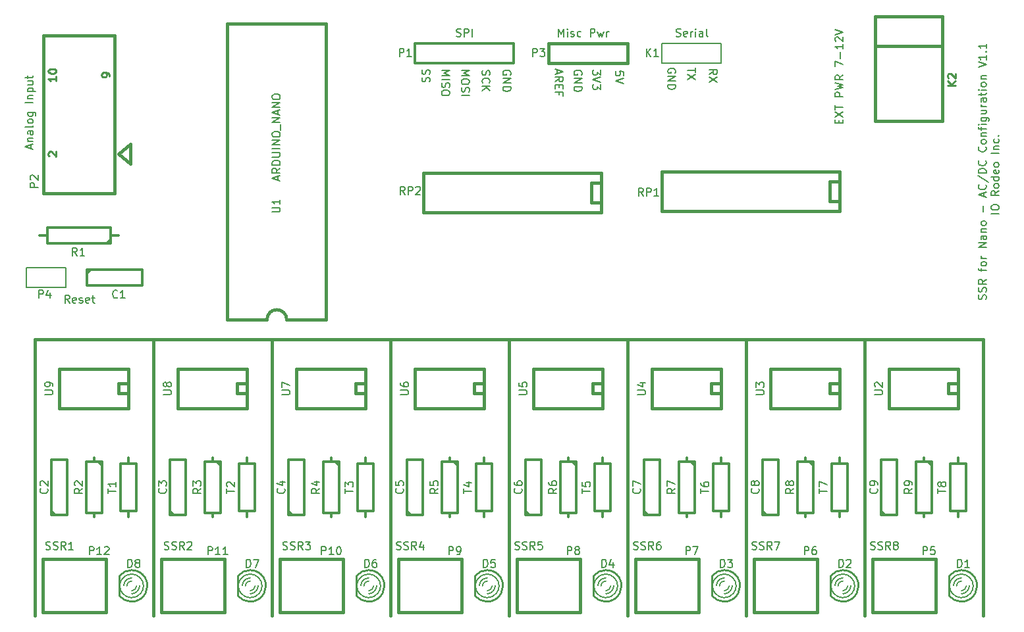
<source format=gto>
G04 (created by PCBNEW (2013-jul-07)-stable) date Mon 06 Apr 2015 09:25:55 PM PDT*
%MOIN*%
G04 Gerber Fmt 3.4, Leading zero omitted, Abs format*
%FSLAX34Y34*%
G01*
G70*
G90*
G04 APERTURE LIST*
%ADD10C,0.00590551*%
%ADD11C,0.008*%
%ADD12C,0.015*%
%ADD13C,0.012*%
%ADD14C,0.006*%
%ADD15C,0.01*%
G04 APERTURE END LIST*
G54D10*
G54D11*
X72952Y-25054D02*
X72952Y-24921D01*
X73161Y-24864D02*
X73161Y-25054D01*
X72761Y-25054D01*
X72761Y-24864D01*
X72761Y-24730D02*
X73161Y-24464D01*
X72761Y-24464D02*
X73161Y-24730D01*
X72761Y-24369D02*
X72761Y-24140D01*
X73161Y-24254D02*
X72761Y-24254D01*
X73161Y-23702D02*
X72761Y-23702D01*
X72761Y-23550D01*
X72780Y-23511D01*
X72800Y-23492D01*
X72838Y-23473D01*
X72895Y-23473D01*
X72933Y-23492D01*
X72952Y-23511D01*
X72971Y-23550D01*
X72971Y-23702D01*
X72761Y-23340D02*
X73161Y-23245D01*
X72876Y-23169D01*
X73161Y-23092D01*
X72761Y-22997D01*
X73161Y-22616D02*
X72971Y-22749D01*
X73161Y-22845D02*
X72761Y-22845D01*
X72761Y-22692D01*
X72780Y-22654D01*
X72800Y-22635D01*
X72838Y-22616D01*
X72895Y-22616D01*
X72933Y-22635D01*
X72952Y-22654D01*
X72971Y-22692D01*
X72971Y-22845D01*
X72761Y-22178D02*
X72761Y-21911D01*
X73161Y-22083D01*
X73009Y-21759D02*
X73009Y-21454D01*
X73161Y-21054D02*
X73161Y-21283D01*
X73161Y-21169D02*
X72761Y-21169D01*
X72819Y-21207D01*
X72857Y-21245D01*
X72876Y-21283D01*
X72800Y-20902D02*
X72780Y-20883D01*
X72761Y-20845D01*
X72761Y-20750D01*
X72780Y-20711D01*
X72800Y-20692D01*
X72838Y-20673D01*
X72876Y-20673D01*
X72933Y-20692D01*
X73161Y-20921D01*
X73161Y-20673D01*
X72761Y-20559D02*
X73161Y-20426D01*
X72761Y-20292D01*
X66388Y-22583D02*
X66578Y-22450D01*
X66388Y-22354D02*
X66788Y-22354D01*
X66788Y-22507D01*
X66769Y-22545D01*
X66750Y-22564D01*
X66711Y-22583D01*
X66654Y-22583D01*
X66616Y-22564D01*
X66597Y-22545D01*
X66578Y-22507D01*
X66578Y-22354D01*
X66788Y-22716D02*
X66388Y-22983D01*
X66788Y-22983D02*
X66388Y-22716D01*
X65688Y-22245D02*
X65688Y-22473D01*
X65288Y-22359D02*
X65688Y-22359D01*
X65688Y-22569D02*
X65288Y-22835D01*
X65688Y-22835D02*
X65288Y-22569D01*
X64669Y-22495D02*
X64688Y-22457D01*
X64688Y-22400D01*
X64669Y-22342D01*
X64630Y-22304D01*
X64592Y-22285D01*
X64516Y-22266D01*
X64459Y-22266D01*
X64383Y-22285D01*
X64345Y-22304D01*
X64307Y-22342D01*
X64288Y-22400D01*
X64288Y-22438D01*
X64307Y-22495D01*
X64326Y-22514D01*
X64459Y-22514D01*
X64459Y-22438D01*
X64288Y-22685D02*
X64688Y-22685D01*
X64288Y-22914D01*
X64688Y-22914D01*
X64288Y-23104D02*
X64688Y-23104D01*
X64688Y-23200D01*
X64669Y-23257D01*
X64630Y-23295D01*
X64592Y-23314D01*
X64516Y-23333D01*
X64459Y-23333D01*
X64383Y-23314D01*
X64345Y-23295D01*
X64307Y-23257D01*
X64288Y-23200D01*
X64288Y-23104D01*
X62038Y-22623D02*
X62038Y-22433D01*
X61847Y-22414D01*
X61866Y-22433D01*
X61885Y-22471D01*
X61885Y-22566D01*
X61866Y-22604D01*
X61847Y-22623D01*
X61809Y-22642D01*
X61714Y-22642D01*
X61676Y-22623D01*
X61657Y-22604D01*
X61638Y-22566D01*
X61638Y-22471D01*
X61657Y-22433D01*
X61676Y-22414D01*
X62038Y-22757D02*
X61638Y-22890D01*
X62038Y-23023D01*
X60888Y-22354D02*
X60888Y-22602D01*
X60735Y-22469D01*
X60735Y-22526D01*
X60716Y-22564D01*
X60697Y-22583D01*
X60659Y-22602D01*
X60564Y-22602D01*
X60526Y-22583D01*
X60507Y-22564D01*
X60488Y-22526D01*
X60488Y-22411D01*
X60507Y-22373D01*
X60526Y-22354D01*
X60888Y-22716D02*
X60488Y-22850D01*
X60888Y-22983D01*
X60888Y-23078D02*
X60888Y-23326D01*
X60735Y-23192D01*
X60735Y-23250D01*
X60716Y-23288D01*
X60697Y-23307D01*
X60659Y-23326D01*
X60564Y-23326D01*
X60526Y-23307D01*
X60507Y-23288D01*
X60488Y-23250D01*
X60488Y-23135D01*
X60507Y-23097D01*
X60526Y-23078D01*
X59919Y-22595D02*
X59938Y-22557D01*
X59938Y-22500D01*
X59919Y-22442D01*
X59880Y-22404D01*
X59842Y-22385D01*
X59766Y-22366D01*
X59709Y-22366D01*
X59633Y-22385D01*
X59595Y-22404D01*
X59557Y-22442D01*
X59538Y-22500D01*
X59538Y-22538D01*
X59557Y-22595D01*
X59576Y-22614D01*
X59709Y-22614D01*
X59709Y-22538D01*
X59538Y-22785D02*
X59938Y-22785D01*
X59538Y-23014D01*
X59938Y-23014D01*
X59538Y-23204D02*
X59938Y-23204D01*
X59938Y-23300D01*
X59919Y-23357D01*
X59880Y-23395D01*
X59842Y-23414D01*
X59766Y-23433D01*
X59709Y-23433D01*
X59633Y-23414D01*
X59595Y-23395D01*
X59557Y-23357D01*
X59538Y-23300D01*
X59538Y-23204D01*
X58702Y-22352D02*
X58702Y-22542D01*
X58588Y-22314D02*
X58988Y-22447D01*
X58588Y-22580D01*
X58588Y-22942D02*
X58778Y-22809D01*
X58588Y-22714D02*
X58988Y-22714D01*
X58988Y-22866D01*
X58969Y-22904D01*
X58950Y-22923D01*
X58911Y-22942D01*
X58854Y-22942D01*
X58816Y-22923D01*
X58797Y-22904D01*
X58778Y-22866D01*
X58778Y-22714D01*
X58797Y-23114D02*
X58797Y-23247D01*
X58588Y-23304D02*
X58588Y-23114D01*
X58988Y-23114D01*
X58988Y-23304D01*
X58797Y-23609D02*
X58797Y-23476D01*
X58588Y-23476D02*
X58988Y-23476D01*
X58988Y-23666D01*
X56319Y-22595D02*
X56338Y-22557D01*
X56338Y-22500D01*
X56319Y-22442D01*
X56280Y-22404D01*
X56242Y-22385D01*
X56166Y-22366D01*
X56109Y-22366D01*
X56033Y-22385D01*
X55995Y-22404D01*
X55957Y-22442D01*
X55938Y-22500D01*
X55938Y-22538D01*
X55957Y-22595D01*
X55976Y-22614D01*
X56109Y-22614D01*
X56109Y-22538D01*
X55938Y-22785D02*
X56338Y-22785D01*
X55938Y-23014D01*
X56338Y-23014D01*
X55938Y-23204D02*
X56338Y-23204D01*
X56338Y-23300D01*
X56319Y-23357D01*
X56280Y-23395D01*
X56242Y-23414D01*
X56166Y-23433D01*
X56109Y-23433D01*
X56033Y-23414D01*
X55995Y-23395D01*
X55957Y-23357D01*
X55938Y-23300D01*
X55938Y-23204D01*
X54907Y-22385D02*
X54888Y-22442D01*
X54888Y-22538D01*
X54907Y-22576D01*
X54926Y-22595D01*
X54964Y-22614D01*
X55002Y-22614D01*
X55040Y-22595D01*
X55059Y-22576D01*
X55078Y-22538D01*
X55097Y-22461D01*
X55116Y-22423D01*
X55135Y-22404D01*
X55173Y-22385D01*
X55211Y-22385D01*
X55250Y-22404D01*
X55269Y-22423D01*
X55288Y-22461D01*
X55288Y-22557D01*
X55269Y-22614D01*
X54926Y-23014D02*
X54907Y-22995D01*
X54888Y-22938D01*
X54888Y-22900D01*
X54907Y-22842D01*
X54945Y-22804D01*
X54983Y-22785D01*
X55059Y-22766D01*
X55116Y-22766D01*
X55192Y-22785D01*
X55230Y-22804D01*
X55269Y-22842D01*
X55288Y-22900D01*
X55288Y-22938D01*
X55269Y-22995D01*
X55250Y-23014D01*
X54888Y-23185D02*
X55288Y-23185D01*
X54888Y-23414D02*
X55116Y-23242D01*
X55288Y-23414D02*
X55059Y-23185D01*
X53838Y-22371D02*
X54238Y-22371D01*
X53952Y-22504D01*
X54238Y-22638D01*
X53838Y-22638D01*
X54238Y-22904D02*
X54238Y-22980D01*
X54219Y-23019D01*
X54180Y-23057D01*
X54104Y-23076D01*
X53971Y-23076D01*
X53895Y-23057D01*
X53857Y-23019D01*
X53838Y-22980D01*
X53838Y-22904D01*
X53857Y-22866D01*
X53895Y-22828D01*
X53971Y-22809D01*
X54104Y-22809D01*
X54180Y-22828D01*
X54219Y-22866D01*
X54238Y-22904D01*
X53857Y-23228D02*
X53838Y-23285D01*
X53838Y-23380D01*
X53857Y-23419D01*
X53876Y-23438D01*
X53914Y-23457D01*
X53952Y-23457D01*
X53990Y-23438D01*
X54009Y-23419D01*
X54028Y-23380D01*
X54047Y-23304D01*
X54066Y-23266D01*
X54085Y-23247D01*
X54123Y-23228D01*
X54161Y-23228D01*
X54200Y-23247D01*
X54219Y-23266D01*
X54238Y-23304D01*
X54238Y-23400D01*
X54219Y-23457D01*
X53838Y-23628D02*
X54238Y-23628D01*
X52838Y-22371D02*
X53238Y-22371D01*
X52952Y-22504D01*
X53238Y-22638D01*
X52838Y-22638D01*
X52838Y-22828D02*
X53238Y-22828D01*
X52857Y-23000D02*
X52838Y-23057D01*
X52838Y-23152D01*
X52857Y-23190D01*
X52876Y-23209D01*
X52914Y-23228D01*
X52952Y-23228D01*
X52990Y-23209D01*
X53009Y-23190D01*
X53028Y-23152D01*
X53047Y-23076D01*
X53066Y-23038D01*
X53085Y-23019D01*
X53123Y-23000D01*
X53161Y-23000D01*
X53200Y-23019D01*
X53219Y-23038D01*
X53238Y-23076D01*
X53238Y-23171D01*
X53219Y-23228D01*
X53238Y-23476D02*
X53238Y-23552D01*
X53219Y-23590D01*
X53180Y-23628D01*
X53104Y-23647D01*
X52971Y-23647D01*
X52895Y-23628D01*
X52857Y-23590D01*
X52838Y-23552D01*
X52838Y-23476D01*
X52857Y-23438D01*
X52895Y-23400D01*
X52971Y-23380D01*
X53104Y-23380D01*
X53180Y-23400D01*
X53219Y-23438D01*
X53238Y-23476D01*
X51857Y-22345D02*
X51838Y-22402D01*
X51838Y-22497D01*
X51857Y-22535D01*
X51876Y-22554D01*
X51914Y-22573D01*
X51952Y-22573D01*
X51990Y-22554D01*
X52009Y-22535D01*
X52028Y-22497D01*
X52047Y-22421D01*
X52066Y-22383D01*
X52085Y-22364D01*
X52123Y-22345D01*
X52161Y-22345D01*
X52200Y-22364D01*
X52219Y-22383D01*
X52238Y-22421D01*
X52238Y-22516D01*
X52219Y-22573D01*
X51857Y-22726D02*
X51838Y-22783D01*
X51838Y-22878D01*
X51857Y-22916D01*
X51876Y-22935D01*
X51914Y-22954D01*
X51952Y-22954D01*
X51990Y-22935D01*
X52009Y-22916D01*
X52028Y-22878D01*
X52047Y-22802D01*
X52066Y-22764D01*
X52085Y-22745D01*
X52123Y-22726D01*
X52161Y-22726D01*
X52200Y-22745D01*
X52219Y-22764D01*
X52238Y-22802D01*
X52238Y-22897D01*
X52219Y-22954D01*
X64709Y-20642D02*
X64766Y-20661D01*
X64861Y-20661D01*
X64900Y-20642D01*
X64919Y-20623D01*
X64938Y-20585D01*
X64938Y-20547D01*
X64919Y-20509D01*
X64900Y-20490D01*
X64861Y-20471D01*
X64785Y-20452D01*
X64747Y-20433D01*
X64728Y-20414D01*
X64709Y-20376D01*
X64709Y-20338D01*
X64728Y-20300D01*
X64747Y-20280D01*
X64785Y-20261D01*
X64880Y-20261D01*
X64938Y-20280D01*
X65261Y-20642D02*
X65223Y-20661D01*
X65147Y-20661D01*
X65109Y-20642D01*
X65090Y-20604D01*
X65090Y-20452D01*
X65109Y-20414D01*
X65147Y-20395D01*
X65223Y-20395D01*
X65261Y-20414D01*
X65280Y-20452D01*
X65280Y-20490D01*
X65090Y-20528D01*
X65452Y-20661D02*
X65452Y-20395D01*
X65452Y-20471D02*
X65471Y-20433D01*
X65490Y-20414D01*
X65528Y-20395D01*
X65566Y-20395D01*
X65700Y-20661D02*
X65700Y-20395D01*
X65700Y-20261D02*
X65680Y-20280D01*
X65700Y-20300D01*
X65719Y-20280D01*
X65700Y-20261D01*
X65700Y-20300D01*
X66061Y-20661D02*
X66061Y-20452D01*
X66042Y-20414D01*
X66004Y-20395D01*
X65928Y-20395D01*
X65890Y-20414D01*
X66061Y-20642D02*
X66023Y-20661D01*
X65928Y-20661D01*
X65890Y-20642D01*
X65871Y-20604D01*
X65871Y-20566D01*
X65890Y-20528D01*
X65928Y-20509D01*
X66023Y-20509D01*
X66061Y-20490D01*
X66309Y-20661D02*
X66271Y-20642D01*
X66252Y-20604D01*
X66252Y-20261D01*
X58752Y-20661D02*
X58752Y-20261D01*
X58885Y-20547D01*
X59019Y-20261D01*
X59019Y-20661D01*
X59209Y-20661D02*
X59209Y-20395D01*
X59209Y-20261D02*
X59190Y-20280D01*
X59209Y-20300D01*
X59228Y-20280D01*
X59209Y-20261D01*
X59209Y-20300D01*
X59380Y-20642D02*
X59419Y-20661D01*
X59495Y-20661D01*
X59533Y-20642D01*
X59552Y-20604D01*
X59552Y-20585D01*
X59533Y-20547D01*
X59495Y-20528D01*
X59438Y-20528D01*
X59400Y-20509D01*
X59380Y-20471D01*
X59380Y-20452D01*
X59400Y-20414D01*
X59438Y-20395D01*
X59495Y-20395D01*
X59533Y-20414D01*
X59895Y-20642D02*
X59857Y-20661D01*
X59780Y-20661D01*
X59742Y-20642D01*
X59723Y-20623D01*
X59704Y-20585D01*
X59704Y-20471D01*
X59723Y-20433D01*
X59742Y-20414D01*
X59780Y-20395D01*
X59857Y-20395D01*
X59895Y-20414D01*
X60371Y-20661D02*
X60371Y-20261D01*
X60523Y-20261D01*
X60561Y-20280D01*
X60580Y-20300D01*
X60600Y-20338D01*
X60600Y-20395D01*
X60580Y-20433D01*
X60561Y-20452D01*
X60523Y-20471D01*
X60371Y-20471D01*
X60733Y-20395D02*
X60809Y-20661D01*
X60885Y-20471D01*
X60961Y-20661D01*
X61038Y-20395D01*
X61190Y-20661D02*
X61190Y-20395D01*
X61190Y-20471D02*
X61209Y-20433D01*
X61228Y-20414D01*
X61266Y-20395D01*
X61304Y-20395D01*
X53590Y-20642D02*
X53647Y-20661D01*
X53742Y-20661D01*
X53780Y-20642D01*
X53800Y-20623D01*
X53819Y-20585D01*
X53819Y-20547D01*
X53800Y-20509D01*
X53780Y-20490D01*
X53742Y-20471D01*
X53666Y-20452D01*
X53628Y-20433D01*
X53609Y-20414D01*
X53590Y-20376D01*
X53590Y-20338D01*
X53609Y-20300D01*
X53628Y-20280D01*
X53666Y-20261D01*
X53761Y-20261D01*
X53819Y-20280D01*
X53990Y-20661D02*
X53990Y-20261D01*
X54142Y-20261D01*
X54180Y-20280D01*
X54200Y-20300D01*
X54219Y-20338D01*
X54219Y-20395D01*
X54200Y-20433D01*
X54180Y-20452D01*
X54142Y-20471D01*
X53990Y-20471D01*
X54390Y-20661D02*
X54390Y-20261D01*
X34004Y-34161D02*
X33871Y-33971D01*
X33776Y-34161D02*
X33776Y-33761D01*
X33928Y-33761D01*
X33966Y-33780D01*
X33985Y-33800D01*
X34004Y-33838D01*
X34004Y-33895D01*
X33985Y-33933D01*
X33966Y-33952D01*
X33928Y-33971D01*
X33776Y-33971D01*
X34328Y-34142D02*
X34290Y-34161D01*
X34214Y-34161D01*
X34176Y-34142D01*
X34157Y-34104D01*
X34157Y-33952D01*
X34176Y-33914D01*
X34214Y-33895D01*
X34290Y-33895D01*
X34328Y-33914D01*
X34347Y-33952D01*
X34347Y-33990D01*
X34157Y-34028D01*
X34500Y-34142D02*
X34538Y-34161D01*
X34614Y-34161D01*
X34652Y-34142D01*
X34671Y-34104D01*
X34671Y-34085D01*
X34652Y-34047D01*
X34614Y-34028D01*
X34557Y-34028D01*
X34519Y-34009D01*
X34500Y-33971D01*
X34500Y-33952D01*
X34519Y-33914D01*
X34557Y-33895D01*
X34614Y-33895D01*
X34652Y-33914D01*
X34995Y-34142D02*
X34957Y-34161D01*
X34880Y-34161D01*
X34842Y-34142D01*
X34823Y-34104D01*
X34823Y-33952D01*
X34842Y-33914D01*
X34880Y-33895D01*
X34957Y-33895D01*
X34995Y-33914D01*
X35014Y-33952D01*
X35014Y-33990D01*
X34823Y-34028D01*
X35128Y-33895D02*
X35280Y-33895D01*
X35185Y-33761D02*
X35185Y-34104D01*
X35204Y-34142D01*
X35242Y-34161D01*
X35280Y-34161D01*
X74554Y-46642D02*
X74611Y-46661D01*
X74707Y-46661D01*
X74745Y-46642D01*
X74764Y-46623D01*
X74783Y-46585D01*
X74783Y-46547D01*
X74764Y-46509D01*
X74745Y-46490D01*
X74707Y-46471D01*
X74630Y-46452D01*
X74592Y-46433D01*
X74573Y-46414D01*
X74554Y-46376D01*
X74554Y-46338D01*
X74573Y-46300D01*
X74592Y-46280D01*
X74630Y-46261D01*
X74726Y-46261D01*
X74783Y-46280D01*
X74935Y-46642D02*
X74992Y-46661D01*
X75088Y-46661D01*
X75126Y-46642D01*
X75145Y-46623D01*
X75164Y-46585D01*
X75164Y-46547D01*
X75145Y-46509D01*
X75126Y-46490D01*
X75088Y-46471D01*
X75011Y-46452D01*
X74973Y-46433D01*
X74954Y-46414D01*
X74935Y-46376D01*
X74935Y-46338D01*
X74954Y-46300D01*
X74973Y-46280D01*
X75011Y-46261D01*
X75107Y-46261D01*
X75164Y-46280D01*
X75564Y-46661D02*
X75430Y-46471D01*
X75335Y-46661D02*
X75335Y-46261D01*
X75488Y-46261D01*
X75526Y-46280D01*
X75545Y-46300D01*
X75564Y-46338D01*
X75564Y-46395D01*
X75545Y-46433D01*
X75526Y-46452D01*
X75488Y-46471D01*
X75335Y-46471D01*
X75792Y-46433D02*
X75754Y-46414D01*
X75735Y-46395D01*
X75716Y-46357D01*
X75716Y-46338D01*
X75735Y-46300D01*
X75754Y-46280D01*
X75792Y-46261D01*
X75869Y-46261D01*
X75907Y-46280D01*
X75926Y-46300D01*
X75945Y-46338D01*
X75945Y-46357D01*
X75926Y-46395D01*
X75907Y-46414D01*
X75869Y-46433D01*
X75792Y-46433D01*
X75754Y-46452D01*
X75735Y-46471D01*
X75716Y-46509D01*
X75716Y-46585D01*
X75735Y-46623D01*
X75754Y-46642D01*
X75792Y-46661D01*
X75869Y-46661D01*
X75907Y-46642D01*
X75926Y-46623D01*
X75945Y-46585D01*
X75945Y-46509D01*
X75926Y-46471D01*
X75907Y-46452D01*
X75869Y-46433D01*
X68554Y-46642D02*
X68611Y-46661D01*
X68707Y-46661D01*
X68745Y-46642D01*
X68764Y-46623D01*
X68783Y-46585D01*
X68783Y-46547D01*
X68764Y-46509D01*
X68745Y-46490D01*
X68707Y-46471D01*
X68630Y-46452D01*
X68592Y-46433D01*
X68573Y-46414D01*
X68554Y-46376D01*
X68554Y-46338D01*
X68573Y-46300D01*
X68592Y-46280D01*
X68630Y-46261D01*
X68726Y-46261D01*
X68783Y-46280D01*
X68935Y-46642D02*
X68992Y-46661D01*
X69088Y-46661D01*
X69126Y-46642D01*
X69145Y-46623D01*
X69164Y-46585D01*
X69164Y-46547D01*
X69145Y-46509D01*
X69126Y-46490D01*
X69088Y-46471D01*
X69011Y-46452D01*
X68973Y-46433D01*
X68954Y-46414D01*
X68935Y-46376D01*
X68935Y-46338D01*
X68954Y-46300D01*
X68973Y-46280D01*
X69011Y-46261D01*
X69107Y-46261D01*
X69164Y-46280D01*
X69564Y-46661D02*
X69430Y-46471D01*
X69335Y-46661D02*
X69335Y-46261D01*
X69488Y-46261D01*
X69526Y-46280D01*
X69545Y-46300D01*
X69564Y-46338D01*
X69564Y-46395D01*
X69545Y-46433D01*
X69526Y-46452D01*
X69488Y-46471D01*
X69335Y-46471D01*
X69697Y-46261D02*
X69964Y-46261D01*
X69792Y-46661D01*
X62554Y-46642D02*
X62611Y-46661D01*
X62707Y-46661D01*
X62745Y-46642D01*
X62764Y-46623D01*
X62783Y-46585D01*
X62783Y-46547D01*
X62764Y-46509D01*
X62745Y-46490D01*
X62707Y-46471D01*
X62630Y-46452D01*
X62592Y-46433D01*
X62573Y-46414D01*
X62554Y-46376D01*
X62554Y-46338D01*
X62573Y-46300D01*
X62592Y-46280D01*
X62630Y-46261D01*
X62726Y-46261D01*
X62783Y-46280D01*
X62935Y-46642D02*
X62992Y-46661D01*
X63088Y-46661D01*
X63126Y-46642D01*
X63145Y-46623D01*
X63164Y-46585D01*
X63164Y-46547D01*
X63145Y-46509D01*
X63126Y-46490D01*
X63088Y-46471D01*
X63011Y-46452D01*
X62973Y-46433D01*
X62954Y-46414D01*
X62935Y-46376D01*
X62935Y-46338D01*
X62954Y-46300D01*
X62973Y-46280D01*
X63011Y-46261D01*
X63107Y-46261D01*
X63164Y-46280D01*
X63564Y-46661D02*
X63430Y-46471D01*
X63335Y-46661D02*
X63335Y-46261D01*
X63488Y-46261D01*
X63526Y-46280D01*
X63545Y-46300D01*
X63564Y-46338D01*
X63564Y-46395D01*
X63545Y-46433D01*
X63526Y-46452D01*
X63488Y-46471D01*
X63335Y-46471D01*
X63907Y-46261D02*
X63830Y-46261D01*
X63792Y-46280D01*
X63773Y-46300D01*
X63735Y-46357D01*
X63716Y-46433D01*
X63716Y-46585D01*
X63735Y-46623D01*
X63754Y-46642D01*
X63792Y-46661D01*
X63869Y-46661D01*
X63907Y-46642D01*
X63926Y-46623D01*
X63945Y-46585D01*
X63945Y-46490D01*
X63926Y-46452D01*
X63907Y-46433D01*
X63869Y-46414D01*
X63792Y-46414D01*
X63754Y-46433D01*
X63735Y-46452D01*
X63716Y-46490D01*
X56554Y-46642D02*
X56611Y-46661D01*
X56707Y-46661D01*
X56745Y-46642D01*
X56764Y-46623D01*
X56783Y-46585D01*
X56783Y-46547D01*
X56764Y-46509D01*
X56745Y-46490D01*
X56707Y-46471D01*
X56630Y-46452D01*
X56592Y-46433D01*
X56573Y-46414D01*
X56554Y-46376D01*
X56554Y-46338D01*
X56573Y-46300D01*
X56592Y-46280D01*
X56630Y-46261D01*
X56726Y-46261D01*
X56783Y-46280D01*
X56935Y-46642D02*
X56992Y-46661D01*
X57088Y-46661D01*
X57126Y-46642D01*
X57145Y-46623D01*
X57164Y-46585D01*
X57164Y-46547D01*
X57145Y-46509D01*
X57126Y-46490D01*
X57088Y-46471D01*
X57011Y-46452D01*
X56973Y-46433D01*
X56954Y-46414D01*
X56935Y-46376D01*
X56935Y-46338D01*
X56954Y-46300D01*
X56973Y-46280D01*
X57011Y-46261D01*
X57107Y-46261D01*
X57164Y-46280D01*
X57564Y-46661D02*
X57430Y-46471D01*
X57335Y-46661D02*
X57335Y-46261D01*
X57488Y-46261D01*
X57526Y-46280D01*
X57545Y-46300D01*
X57564Y-46338D01*
X57564Y-46395D01*
X57545Y-46433D01*
X57526Y-46452D01*
X57488Y-46471D01*
X57335Y-46471D01*
X57926Y-46261D02*
X57735Y-46261D01*
X57716Y-46452D01*
X57735Y-46433D01*
X57773Y-46414D01*
X57869Y-46414D01*
X57907Y-46433D01*
X57926Y-46452D01*
X57945Y-46490D01*
X57945Y-46585D01*
X57926Y-46623D01*
X57907Y-46642D01*
X57869Y-46661D01*
X57773Y-46661D01*
X57735Y-46642D01*
X57716Y-46623D01*
X50554Y-46642D02*
X50611Y-46661D01*
X50707Y-46661D01*
X50745Y-46642D01*
X50764Y-46623D01*
X50783Y-46585D01*
X50783Y-46547D01*
X50764Y-46509D01*
X50745Y-46490D01*
X50707Y-46471D01*
X50630Y-46452D01*
X50592Y-46433D01*
X50573Y-46414D01*
X50554Y-46376D01*
X50554Y-46338D01*
X50573Y-46300D01*
X50592Y-46280D01*
X50630Y-46261D01*
X50726Y-46261D01*
X50783Y-46280D01*
X50935Y-46642D02*
X50992Y-46661D01*
X51088Y-46661D01*
X51126Y-46642D01*
X51145Y-46623D01*
X51164Y-46585D01*
X51164Y-46547D01*
X51145Y-46509D01*
X51126Y-46490D01*
X51088Y-46471D01*
X51011Y-46452D01*
X50973Y-46433D01*
X50954Y-46414D01*
X50935Y-46376D01*
X50935Y-46338D01*
X50954Y-46300D01*
X50973Y-46280D01*
X51011Y-46261D01*
X51107Y-46261D01*
X51164Y-46280D01*
X51564Y-46661D02*
X51430Y-46471D01*
X51335Y-46661D02*
X51335Y-46261D01*
X51488Y-46261D01*
X51526Y-46280D01*
X51545Y-46300D01*
X51564Y-46338D01*
X51564Y-46395D01*
X51545Y-46433D01*
X51526Y-46452D01*
X51488Y-46471D01*
X51335Y-46471D01*
X51907Y-46395D02*
X51907Y-46661D01*
X51811Y-46242D02*
X51716Y-46528D01*
X51964Y-46528D01*
X44804Y-46642D02*
X44861Y-46661D01*
X44957Y-46661D01*
X44995Y-46642D01*
X45014Y-46623D01*
X45033Y-46585D01*
X45033Y-46547D01*
X45014Y-46509D01*
X44995Y-46490D01*
X44957Y-46471D01*
X44880Y-46452D01*
X44842Y-46433D01*
X44823Y-46414D01*
X44804Y-46376D01*
X44804Y-46338D01*
X44823Y-46300D01*
X44842Y-46280D01*
X44880Y-46261D01*
X44976Y-46261D01*
X45033Y-46280D01*
X45185Y-46642D02*
X45242Y-46661D01*
X45338Y-46661D01*
X45376Y-46642D01*
X45395Y-46623D01*
X45414Y-46585D01*
X45414Y-46547D01*
X45395Y-46509D01*
X45376Y-46490D01*
X45338Y-46471D01*
X45261Y-46452D01*
X45223Y-46433D01*
X45204Y-46414D01*
X45185Y-46376D01*
X45185Y-46338D01*
X45204Y-46300D01*
X45223Y-46280D01*
X45261Y-46261D01*
X45357Y-46261D01*
X45414Y-46280D01*
X45814Y-46661D02*
X45680Y-46471D01*
X45585Y-46661D02*
X45585Y-46261D01*
X45738Y-46261D01*
X45776Y-46280D01*
X45795Y-46300D01*
X45814Y-46338D01*
X45814Y-46395D01*
X45795Y-46433D01*
X45776Y-46452D01*
X45738Y-46471D01*
X45585Y-46471D01*
X45947Y-46261D02*
X46195Y-46261D01*
X46061Y-46414D01*
X46119Y-46414D01*
X46157Y-46433D01*
X46176Y-46452D01*
X46195Y-46490D01*
X46195Y-46585D01*
X46176Y-46623D01*
X46157Y-46642D01*
X46119Y-46661D01*
X46004Y-46661D01*
X45966Y-46642D01*
X45947Y-46623D01*
X38804Y-46642D02*
X38861Y-46661D01*
X38957Y-46661D01*
X38995Y-46642D01*
X39014Y-46623D01*
X39033Y-46585D01*
X39033Y-46547D01*
X39014Y-46509D01*
X38995Y-46490D01*
X38957Y-46471D01*
X38880Y-46452D01*
X38842Y-46433D01*
X38823Y-46414D01*
X38804Y-46376D01*
X38804Y-46338D01*
X38823Y-46300D01*
X38842Y-46280D01*
X38880Y-46261D01*
X38976Y-46261D01*
X39033Y-46280D01*
X39185Y-46642D02*
X39242Y-46661D01*
X39338Y-46661D01*
X39376Y-46642D01*
X39395Y-46623D01*
X39414Y-46585D01*
X39414Y-46547D01*
X39395Y-46509D01*
X39376Y-46490D01*
X39338Y-46471D01*
X39261Y-46452D01*
X39223Y-46433D01*
X39204Y-46414D01*
X39185Y-46376D01*
X39185Y-46338D01*
X39204Y-46300D01*
X39223Y-46280D01*
X39261Y-46261D01*
X39357Y-46261D01*
X39414Y-46280D01*
X39814Y-46661D02*
X39680Y-46471D01*
X39585Y-46661D02*
X39585Y-46261D01*
X39738Y-46261D01*
X39776Y-46280D01*
X39795Y-46300D01*
X39814Y-46338D01*
X39814Y-46395D01*
X39795Y-46433D01*
X39776Y-46452D01*
X39738Y-46471D01*
X39585Y-46471D01*
X39966Y-46300D02*
X39985Y-46280D01*
X40023Y-46261D01*
X40119Y-46261D01*
X40157Y-46280D01*
X40176Y-46300D01*
X40195Y-46338D01*
X40195Y-46376D01*
X40176Y-46433D01*
X39947Y-46661D01*
X40195Y-46661D01*
X32804Y-46642D02*
X32861Y-46661D01*
X32957Y-46661D01*
X32995Y-46642D01*
X33014Y-46623D01*
X33033Y-46585D01*
X33033Y-46547D01*
X33014Y-46509D01*
X32995Y-46490D01*
X32957Y-46471D01*
X32880Y-46452D01*
X32842Y-46433D01*
X32823Y-46414D01*
X32804Y-46376D01*
X32804Y-46338D01*
X32823Y-46300D01*
X32842Y-46280D01*
X32880Y-46261D01*
X32976Y-46261D01*
X33033Y-46280D01*
X33185Y-46642D02*
X33242Y-46661D01*
X33338Y-46661D01*
X33376Y-46642D01*
X33395Y-46623D01*
X33414Y-46585D01*
X33414Y-46547D01*
X33395Y-46509D01*
X33376Y-46490D01*
X33338Y-46471D01*
X33261Y-46452D01*
X33223Y-46433D01*
X33204Y-46414D01*
X33185Y-46376D01*
X33185Y-46338D01*
X33204Y-46300D01*
X33223Y-46280D01*
X33261Y-46261D01*
X33357Y-46261D01*
X33414Y-46280D01*
X33814Y-46661D02*
X33680Y-46471D01*
X33585Y-46661D02*
X33585Y-46261D01*
X33738Y-46261D01*
X33776Y-46280D01*
X33795Y-46300D01*
X33814Y-46338D01*
X33814Y-46395D01*
X33795Y-46433D01*
X33776Y-46452D01*
X33738Y-46471D01*
X33585Y-46471D01*
X34195Y-46661D02*
X33966Y-46661D01*
X34080Y-46661D02*
X34080Y-46261D01*
X34042Y-46319D01*
X34004Y-46357D01*
X33966Y-46376D01*
X80392Y-33976D02*
X80411Y-33919D01*
X80411Y-33823D01*
X80392Y-33785D01*
X80373Y-33766D01*
X80335Y-33747D01*
X80297Y-33747D01*
X80259Y-33766D01*
X80240Y-33785D01*
X80221Y-33823D01*
X80202Y-33899D01*
X80183Y-33938D01*
X80164Y-33957D01*
X80126Y-33976D01*
X80088Y-33976D01*
X80050Y-33957D01*
X80030Y-33938D01*
X80011Y-33899D01*
X80011Y-33804D01*
X80030Y-33747D01*
X80392Y-33595D02*
X80411Y-33538D01*
X80411Y-33442D01*
X80392Y-33404D01*
X80373Y-33385D01*
X80335Y-33366D01*
X80297Y-33366D01*
X80259Y-33385D01*
X80240Y-33404D01*
X80221Y-33442D01*
X80202Y-33519D01*
X80183Y-33557D01*
X80164Y-33576D01*
X80126Y-33595D01*
X80088Y-33595D01*
X80050Y-33576D01*
X80030Y-33557D01*
X80011Y-33519D01*
X80011Y-33423D01*
X80030Y-33366D01*
X80411Y-32966D02*
X80221Y-33099D01*
X80411Y-33195D02*
X80011Y-33195D01*
X80011Y-33042D01*
X80030Y-33004D01*
X80050Y-32985D01*
X80088Y-32966D01*
X80145Y-32966D01*
X80183Y-32985D01*
X80202Y-33004D01*
X80221Y-33042D01*
X80221Y-33195D01*
X80145Y-32547D02*
X80145Y-32395D01*
X80411Y-32490D02*
X80069Y-32490D01*
X80030Y-32471D01*
X80011Y-32433D01*
X80011Y-32395D01*
X80411Y-32204D02*
X80392Y-32242D01*
X80373Y-32261D01*
X80335Y-32280D01*
X80221Y-32280D01*
X80183Y-32261D01*
X80164Y-32242D01*
X80145Y-32204D01*
X80145Y-32147D01*
X80164Y-32109D01*
X80183Y-32090D01*
X80221Y-32071D01*
X80335Y-32071D01*
X80373Y-32090D01*
X80392Y-32109D01*
X80411Y-32147D01*
X80411Y-32204D01*
X80411Y-31899D02*
X80145Y-31899D01*
X80221Y-31899D02*
X80183Y-31880D01*
X80164Y-31861D01*
X80145Y-31823D01*
X80145Y-31785D01*
X80411Y-31347D02*
X80011Y-31347D01*
X80411Y-31119D01*
X80011Y-31119D01*
X80411Y-30757D02*
X80202Y-30757D01*
X80164Y-30776D01*
X80145Y-30814D01*
X80145Y-30890D01*
X80164Y-30928D01*
X80392Y-30757D02*
X80411Y-30795D01*
X80411Y-30890D01*
X80392Y-30928D01*
X80354Y-30947D01*
X80316Y-30947D01*
X80278Y-30928D01*
X80259Y-30890D01*
X80259Y-30795D01*
X80240Y-30757D01*
X80145Y-30566D02*
X80411Y-30566D01*
X80183Y-30566D02*
X80164Y-30547D01*
X80145Y-30509D01*
X80145Y-30452D01*
X80164Y-30414D01*
X80202Y-30395D01*
X80411Y-30395D01*
X80411Y-30147D02*
X80392Y-30185D01*
X80373Y-30204D01*
X80335Y-30223D01*
X80221Y-30223D01*
X80183Y-30204D01*
X80164Y-30185D01*
X80145Y-30147D01*
X80145Y-30090D01*
X80164Y-30052D01*
X80183Y-30033D01*
X80221Y-30014D01*
X80335Y-30014D01*
X80373Y-30033D01*
X80392Y-30052D01*
X80411Y-30090D01*
X80411Y-30147D01*
X80259Y-29538D02*
X80259Y-29233D01*
X80297Y-28757D02*
X80297Y-28566D01*
X80411Y-28795D02*
X80011Y-28661D01*
X80411Y-28528D01*
X80373Y-28166D02*
X80392Y-28185D01*
X80411Y-28242D01*
X80411Y-28280D01*
X80392Y-28338D01*
X80354Y-28376D01*
X80316Y-28395D01*
X80240Y-28414D01*
X80183Y-28414D01*
X80107Y-28395D01*
X80069Y-28376D01*
X80030Y-28338D01*
X80011Y-28280D01*
X80011Y-28242D01*
X80030Y-28185D01*
X80050Y-28166D01*
X79992Y-27709D02*
X80507Y-28052D01*
X80411Y-27576D02*
X80011Y-27576D01*
X80011Y-27480D01*
X80030Y-27423D01*
X80069Y-27385D01*
X80107Y-27366D01*
X80183Y-27347D01*
X80240Y-27347D01*
X80316Y-27366D01*
X80354Y-27385D01*
X80392Y-27423D01*
X80411Y-27480D01*
X80411Y-27576D01*
X80373Y-26947D02*
X80392Y-26966D01*
X80411Y-27023D01*
X80411Y-27061D01*
X80392Y-27119D01*
X80354Y-27157D01*
X80316Y-27176D01*
X80240Y-27195D01*
X80183Y-27195D01*
X80107Y-27176D01*
X80069Y-27157D01*
X80030Y-27119D01*
X80011Y-27061D01*
X80011Y-27023D01*
X80030Y-26966D01*
X80050Y-26947D01*
X80373Y-26242D02*
X80392Y-26261D01*
X80411Y-26319D01*
X80411Y-26357D01*
X80392Y-26414D01*
X80354Y-26452D01*
X80316Y-26471D01*
X80240Y-26490D01*
X80183Y-26490D01*
X80107Y-26471D01*
X80069Y-26452D01*
X80030Y-26414D01*
X80011Y-26357D01*
X80011Y-26319D01*
X80030Y-26261D01*
X80050Y-26242D01*
X80411Y-26014D02*
X80392Y-26052D01*
X80373Y-26071D01*
X80335Y-26090D01*
X80221Y-26090D01*
X80183Y-26071D01*
X80164Y-26052D01*
X80145Y-26014D01*
X80145Y-25957D01*
X80164Y-25919D01*
X80183Y-25900D01*
X80221Y-25880D01*
X80335Y-25880D01*
X80373Y-25900D01*
X80392Y-25919D01*
X80411Y-25957D01*
X80411Y-26014D01*
X80145Y-25709D02*
X80411Y-25709D01*
X80183Y-25709D02*
X80164Y-25690D01*
X80145Y-25652D01*
X80145Y-25595D01*
X80164Y-25557D01*
X80202Y-25538D01*
X80411Y-25538D01*
X80145Y-25404D02*
X80145Y-25252D01*
X80411Y-25347D02*
X80069Y-25347D01*
X80030Y-25328D01*
X80011Y-25290D01*
X80011Y-25252D01*
X80411Y-25119D02*
X80145Y-25119D01*
X80011Y-25119D02*
X80030Y-25138D01*
X80050Y-25119D01*
X80030Y-25100D01*
X80011Y-25119D01*
X80050Y-25119D01*
X80145Y-24757D02*
X80469Y-24757D01*
X80507Y-24776D01*
X80526Y-24795D01*
X80545Y-24833D01*
X80545Y-24890D01*
X80526Y-24928D01*
X80392Y-24757D02*
X80411Y-24795D01*
X80411Y-24871D01*
X80392Y-24909D01*
X80373Y-24928D01*
X80335Y-24947D01*
X80221Y-24947D01*
X80183Y-24928D01*
X80164Y-24909D01*
X80145Y-24871D01*
X80145Y-24795D01*
X80164Y-24757D01*
X80145Y-24395D02*
X80411Y-24395D01*
X80145Y-24566D02*
X80354Y-24566D01*
X80392Y-24547D01*
X80411Y-24509D01*
X80411Y-24452D01*
X80392Y-24414D01*
X80373Y-24395D01*
X80411Y-24204D02*
X80145Y-24204D01*
X80221Y-24204D02*
X80183Y-24185D01*
X80164Y-24166D01*
X80145Y-24128D01*
X80145Y-24090D01*
X80411Y-23785D02*
X80202Y-23785D01*
X80164Y-23804D01*
X80145Y-23842D01*
X80145Y-23919D01*
X80164Y-23957D01*
X80392Y-23785D02*
X80411Y-23823D01*
X80411Y-23919D01*
X80392Y-23957D01*
X80354Y-23976D01*
X80316Y-23976D01*
X80278Y-23957D01*
X80259Y-23919D01*
X80259Y-23823D01*
X80240Y-23785D01*
X80145Y-23652D02*
X80145Y-23500D01*
X80011Y-23595D02*
X80354Y-23595D01*
X80392Y-23576D01*
X80411Y-23538D01*
X80411Y-23500D01*
X80411Y-23366D02*
X80145Y-23366D01*
X80011Y-23366D02*
X80030Y-23385D01*
X80050Y-23366D01*
X80030Y-23347D01*
X80011Y-23366D01*
X80050Y-23366D01*
X80411Y-23119D02*
X80392Y-23157D01*
X80373Y-23176D01*
X80335Y-23195D01*
X80221Y-23195D01*
X80183Y-23176D01*
X80164Y-23157D01*
X80145Y-23119D01*
X80145Y-23061D01*
X80164Y-23023D01*
X80183Y-23004D01*
X80221Y-22985D01*
X80335Y-22985D01*
X80373Y-23004D01*
X80392Y-23023D01*
X80411Y-23061D01*
X80411Y-23119D01*
X80145Y-22814D02*
X80411Y-22814D01*
X80183Y-22814D02*
X80164Y-22795D01*
X80145Y-22757D01*
X80145Y-22700D01*
X80164Y-22661D01*
X80202Y-22642D01*
X80411Y-22642D01*
X80011Y-22204D02*
X80411Y-22071D01*
X80011Y-21938D01*
X80411Y-21595D02*
X80411Y-21823D01*
X80411Y-21709D02*
X80011Y-21709D01*
X80069Y-21747D01*
X80107Y-21785D01*
X80126Y-21823D01*
X80373Y-21423D02*
X80392Y-21404D01*
X80411Y-21423D01*
X80392Y-21442D01*
X80373Y-21423D01*
X80411Y-21423D01*
X80411Y-21023D02*
X80411Y-21252D01*
X80411Y-21138D02*
X80011Y-21138D01*
X80069Y-21176D01*
X80107Y-21214D01*
X80126Y-21252D01*
X81051Y-29623D02*
X80651Y-29623D01*
X80651Y-29357D02*
X80651Y-29280D01*
X80670Y-29242D01*
X80709Y-29204D01*
X80785Y-29185D01*
X80918Y-29185D01*
X80994Y-29204D01*
X81032Y-29242D01*
X81051Y-29280D01*
X81051Y-29357D01*
X81032Y-29395D01*
X80994Y-29433D01*
X80918Y-29452D01*
X80785Y-29452D01*
X80709Y-29433D01*
X80670Y-29395D01*
X80651Y-29357D01*
X81051Y-28480D02*
X80861Y-28614D01*
X81051Y-28709D02*
X80651Y-28709D01*
X80651Y-28557D01*
X80670Y-28519D01*
X80690Y-28500D01*
X80728Y-28480D01*
X80785Y-28480D01*
X80823Y-28500D01*
X80842Y-28519D01*
X80861Y-28557D01*
X80861Y-28709D01*
X81051Y-28252D02*
X81032Y-28290D01*
X81013Y-28309D01*
X80975Y-28328D01*
X80861Y-28328D01*
X80823Y-28309D01*
X80804Y-28290D01*
X80785Y-28252D01*
X80785Y-28195D01*
X80804Y-28157D01*
X80823Y-28138D01*
X80861Y-28119D01*
X80975Y-28119D01*
X81013Y-28138D01*
X81032Y-28157D01*
X81051Y-28195D01*
X81051Y-28252D01*
X81051Y-27776D02*
X80651Y-27776D01*
X81032Y-27776D02*
X81051Y-27814D01*
X81051Y-27890D01*
X81032Y-27928D01*
X81013Y-27947D01*
X80975Y-27966D01*
X80861Y-27966D01*
X80823Y-27947D01*
X80804Y-27928D01*
X80785Y-27890D01*
X80785Y-27814D01*
X80804Y-27776D01*
X81032Y-27433D02*
X81051Y-27471D01*
X81051Y-27547D01*
X81032Y-27585D01*
X80994Y-27604D01*
X80842Y-27604D01*
X80804Y-27585D01*
X80785Y-27547D01*
X80785Y-27471D01*
X80804Y-27433D01*
X80842Y-27414D01*
X80880Y-27414D01*
X80918Y-27604D01*
X81051Y-27185D02*
X81032Y-27223D01*
X81013Y-27242D01*
X80975Y-27261D01*
X80861Y-27261D01*
X80823Y-27242D01*
X80804Y-27223D01*
X80785Y-27185D01*
X80785Y-27128D01*
X80804Y-27090D01*
X80823Y-27071D01*
X80861Y-27052D01*
X80975Y-27052D01*
X81013Y-27071D01*
X81032Y-27090D01*
X81051Y-27128D01*
X81051Y-27185D01*
X81051Y-26576D02*
X80651Y-26576D01*
X80785Y-26385D02*
X81051Y-26385D01*
X80823Y-26385D02*
X80804Y-26366D01*
X80785Y-26328D01*
X80785Y-26271D01*
X80804Y-26233D01*
X80842Y-26214D01*
X81051Y-26214D01*
X81032Y-25852D02*
X81051Y-25890D01*
X81051Y-25966D01*
X81032Y-26004D01*
X81013Y-26023D01*
X80975Y-26042D01*
X80861Y-26042D01*
X80823Y-26023D01*
X80804Y-26004D01*
X80785Y-25966D01*
X80785Y-25890D01*
X80804Y-25852D01*
X81013Y-25680D02*
X81032Y-25661D01*
X81051Y-25680D01*
X81032Y-25700D01*
X81013Y-25680D01*
X81051Y-25680D01*
G54D12*
X74250Y-50000D02*
X74250Y-36000D01*
X68250Y-50000D02*
X68250Y-36000D01*
X80250Y-36000D02*
X38250Y-36000D01*
X80250Y-50000D02*
X80250Y-36000D01*
X32250Y-36000D02*
X38250Y-36000D01*
X32250Y-50000D02*
X32250Y-36000D01*
X62250Y-36000D02*
X62000Y-36000D01*
X62250Y-50000D02*
X62250Y-36000D01*
X56250Y-50000D02*
X56250Y-36000D01*
X50250Y-36000D02*
X50000Y-36000D01*
X50250Y-50000D02*
X50250Y-36000D01*
X44250Y-50000D02*
X44250Y-36000D01*
X38250Y-50000D02*
X38250Y-36000D01*
G54D11*
X32047Y-26328D02*
X32047Y-26138D01*
X32161Y-26366D02*
X31761Y-26233D01*
X32161Y-26099D01*
X31895Y-25966D02*
X32161Y-25966D01*
X31933Y-25966D02*
X31914Y-25947D01*
X31895Y-25909D01*
X31895Y-25852D01*
X31914Y-25814D01*
X31952Y-25795D01*
X32161Y-25795D01*
X32161Y-25433D02*
X31952Y-25433D01*
X31914Y-25452D01*
X31895Y-25490D01*
X31895Y-25566D01*
X31914Y-25604D01*
X32142Y-25433D02*
X32161Y-25471D01*
X32161Y-25566D01*
X32142Y-25604D01*
X32104Y-25623D01*
X32066Y-25623D01*
X32028Y-25604D01*
X32009Y-25566D01*
X32009Y-25471D01*
X31990Y-25433D01*
X32161Y-25185D02*
X32142Y-25223D01*
X32104Y-25242D01*
X31761Y-25242D01*
X32161Y-24976D02*
X32142Y-25014D01*
X32123Y-25033D01*
X32085Y-25052D01*
X31971Y-25052D01*
X31933Y-25033D01*
X31914Y-25014D01*
X31895Y-24976D01*
X31895Y-24919D01*
X31914Y-24880D01*
X31933Y-24861D01*
X31971Y-24842D01*
X32085Y-24842D01*
X32123Y-24861D01*
X32142Y-24880D01*
X32161Y-24919D01*
X32161Y-24976D01*
X31895Y-24500D02*
X32219Y-24500D01*
X32257Y-24519D01*
X32276Y-24538D01*
X32295Y-24576D01*
X32295Y-24633D01*
X32276Y-24671D01*
X32142Y-24500D02*
X32161Y-24538D01*
X32161Y-24614D01*
X32142Y-24652D01*
X32123Y-24671D01*
X32085Y-24690D01*
X31971Y-24690D01*
X31933Y-24671D01*
X31914Y-24652D01*
X31895Y-24614D01*
X31895Y-24538D01*
X31914Y-24500D01*
X32161Y-24004D02*
X31761Y-24004D01*
X31895Y-23814D02*
X32161Y-23814D01*
X31933Y-23814D02*
X31914Y-23795D01*
X31895Y-23757D01*
X31895Y-23700D01*
X31914Y-23661D01*
X31952Y-23642D01*
X32161Y-23642D01*
X31895Y-23452D02*
X32295Y-23452D01*
X31914Y-23452D02*
X31895Y-23414D01*
X31895Y-23338D01*
X31914Y-23300D01*
X31933Y-23280D01*
X31971Y-23261D01*
X32085Y-23261D01*
X32123Y-23280D01*
X32142Y-23300D01*
X32161Y-23338D01*
X32161Y-23414D01*
X32142Y-23452D01*
X31895Y-22919D02*
X32161Y-22919D01*
X31895Y-23090D02*
X32104Y-23090D01*
X32142Y-23071D01*
X32161Y-23033D01*
X32161Y-22976D01*
X32142Y-22938D01*
X32123Y-22919D01*
X31895Y-22785D02*
X31895Y-22633D01*
X31761Y-22728D02*
X32104Y-22728D01*
X32142Y-22709D01*
X32161Y-22671D01*
X32161Y-22633D01*
G54D12*
X45000Y-35000D02*
G75*
G03X44500Y-34500I-500J0D01*
G74*
G01*
X44500Y-34500D02*
G75*
G03X44000Y-35000I0J-500D01*
G74*
G01*
X42000Y-35000D02*
X44000Y-35000D01*
X47000Y-35000D02*
X45000Y-35000D01*
X47000Y-35000D02*
X47000Y-20000D01*
X47000Y-20000D02*
X42000Y-20000D01*
X42000Y-20000D02*
X42000Y-35000D01*
G54D13*
X34870Y-32475D02*
X37670Y-32475D01*
X37670Y-32475D02*
X37670Y-33275D01*
X37670Y-33275D02*
X34870Y-33275D01*
X34870Y-33275D02*
X34870Y-32475D01*
X34870Y-32675D02*
X35070Y-32475D01*
G54D12*
X60935Y-29070D02*
X60935Y-29070D01*
X60935Y-29070D02*
X60435Y-29070D01*
X60435Y-29070D02*
X60435Y-28070D01*
X60435Y-28070D02*
X60935Y-28070D01*
X60935Y-29570D02*
X51935Y-29570D01*
X51935Y-29570D02*
X51935Y-27570D01*
X51935Y-27570D02*
X60935Y-27570D01*
X60935Y-27570D02*
X60935Y-29570D01*
X73000Y-29000D02*
X73000Y-29000D01*
X73000Y-29000D02*
X72500Y-29000D01*
X72500Y-29000D02*
X72500Y-28000D01*
X72500Y-28000D02*
X73000Y-28000D01*
X73000Y-29500D02*
X64000Y-29500D01*
X64000Y-29500D02*
X64000Y-27500D01*
X64000Y-27500D02*
X73000Y-27500D01*
X73000Y-27500D02*
X73000Y-29500D01*
G54D14*
X33835Y-32375D02*
X33835Y-33375D01*
X33835Y-33375D02*
X31835Y-33375D01*
X31835Y-33375D02*
X31835Y-32375D01*
X31835Y-32375D02*
X33835Y-32375D01*
X67000Y-21000D02*
X67000Y-22000D01*
X67000Y-22000D02*
X64000Y-22000D01*
X64000Y-22000D02*
X64000Y-21000D01*
X64000Y-21000D02*
X67000Y-21000D01*
G54D12*
X62250Y-22000D02*
X62250Y-21000D01*
X62250Y-21000D02*
X58250Y-21000D01*
X58250Y-21000D02*
X58250Y-22000D01*
X58250Y-22000D02*
X62250Y-22000D01*
G54D13*
X36500Y-30750D02*
X36100Y-30750D01*
X36100Y-30750D02*
X36100Y-31150D01*
X36100Y-31150D02*
X32900Y-31150D01*
X32900Y-31150D02*
X32900Y-30350D01*
X32900Y-30350D02*
X36100Y-30350D01*
X36100Y-30350D02*
X36100Y-30750D01*
X36100Y-30950D02*
X35900Y-31150D01*
X32500Y-30750D02*
X32900Y-30750D01*
G54D12*
X32675Y-28600D02*
X36275Y-28600D01*
X36275Y-28600D02*
X36275Y-20600D01*
X36275Y-20600D02*
X32675Y-20600D01*
X32675Y-20600D02*
X32675Y-28600D01*
X36475Y-26600D02*
X37075Y-27100D01*
X37075Y-27100D02*
X37075Y-26100D01*
X37075Y-26100D02*
X36475Y-26600D01*
X37000Y-39500D02*
X33500Y-39500D01*
X33500Y-39500D02*
X33500Y-37500D01*
X33500Y-37500D02*
X37000Y-37500D01*
X37000Y-37500D02*
X37000Y-39500D01*
X37000Y-38750D02*
X36500Y-38750D01*
X36500Y-38750D02*
X36500Y-38250D01*
X36500Y-38250D02*
X37000Y-38250D01*
X43000Y-39500D02*
X39500Y-39500D01*
X39500Y-39500D02*
X39500Y-37500D01*
X39500Y-37500D02*
X43000Y-37500D01*
X43000Y-37500D02*
X43000Y-39500D01*
X43000Y-38750D02*
X42500Y-38750D01*
X42500Y-38750D02*
X42500Y-38250D01*
X42500Y-38250D02*
X43000Y-38250D01*
X49000Y-39500D02*
X45500Y-39500D01*
X45500Y-39500D02*
X45500Y-37500D01*
X45500Y-37500D02*
X49000Y-37500D01*
X49000Y-37500D02*
X49000Y-39500D01*
X49000Y-38750D02*
X48500Y-38750D01*
X48500Y-38750D02*
X48500Y-38250D01*
X48500Y-38250D02*
X49000Y-38250D01*
X55000Y-39500D02*
X51500Y-39500D01*
X51500Y-39500D02*
X51500Y-37500D01*
X51500Y-37500D02*
X55000Y-37500D01*
X55000Y-37500D02*
X55000Y-39500D01*
X55000Y-38750D02*
X54500Y-38750D01*
X54500Y-38750D02*
X54500Y-38250D01*
X54500Y-38250D02*
X55000Y-38250D01*
X61000Y-39500D02*
X57500Y-39500D01*
X57500Y-39500D02*
X57500Y-37500D01*
X57500Y-37500D02*
X61000Y-37500D01*
X61000Y-37500D02*
X61000Y-39500D01*
X61000Y-38750D02*
X60500Y-38750D01*
X60500Y-38750D02*
X60500Y-38250D01*
X60500Y-38250D02*
X61000Y-38250D01*
X67000Y-39500D02*
X63500Y-39500D01*
X63500Y-39500D02*
X63500Y-37500D01*
X63500Y-37500D02*
X67000Y-37500D01*
X67000Y-37500D02*
X67000Y-39500D01*
X67000Y-38750D02*
X66500Y-38750D01*
X66500Y-38750D02*
X66500Y-38250D01*
X66500Y-38250D02*
X67000Y-38250D01*
X73000Y-39500D02*
X69500Y-39500D01*
X69500Y-39500D02*
X69500Y-37500D01*
X69500Y-37500D02*
X73000Y-37500D01*
X73000Y-37500D02*
X73000Y-39500D01*
X73000Y-38750D02*
X72500Y-38750D01*
X72500Y-38750D02*
X72500Y-38250D01*
X72500Y-38250D02*
X73000Y-38250D01*
X79000Y-39500D02*
X75500Y-39500D01*
X75500Y-39500D02*
X75500Y-37500D01*
X75500Y-37500D02*
X79000Y-37500D01*
X79000Y-37500D02*
X79000Y-39500D01*
X79000Y-38750D02*
X78500Y-38750D01*
X78500Y-38750D02*
X78500Y-38250D01*
X78500Y-38250D02*
X79000Y-38250D01*
X35850Y-49850D02*
X35850Y-47150D01*
X35850Y-47150D02*
X32650Y-47150D01*
X32650Y-47150D02*
X32650Y-49850D01*
X32650Y-49850D02*
X35850Y-49850D01*
X41850Y-49850D02*
X41850Y-47150D01*
X41850Y-47150D02*
X38650Y-47150D01*
X38650Y-47150D02*
X38650Y-49850D01*
X38650Y-49850D02*
X41850Y-49850D01*
X47850Y-49850D02*
X47850Y-47150D01*
X47850Y-47150D02*
X44650Y-47150D01*
X44650Y-47150D02*
X44650Y-49850D01*
X44650Y-49850D02*
X47850Y-49850D01*
X53850Y-49850D02*
X53850Y-47150D01*
X53850Y-47150D02*
X50650Y-47150D01*
X50650Y-47150D02*
X50650Y-49850D01*
X50650Y-49850D02*
X53850Y-49850D01*
X59850Y-49850D02*
X59850Y-47150D01*
X59850Y-47150D02*
X56650Y-47150D01*
X56650Y-47150D02*
X56650Y-49850D01*
X56650Y-49850D02*
X59850Y-49850D01*
X65850Y-49850D02*
X65850Y-47150D01*
X65850Y-47150D02*
X62650Y-47150D01*
X62650Y-47150D02*
X62650Y-49850D01*
X62650Y-49850D02*
X65850Y-49850D01*
X71850Y-49850D02*
X71850Y-47150D01*
X71850Y-47150D02*
X68650Y-47150D01*
X68650Y-47150D02*
X68650Y-49850D01*
X68650Y-49850D02*
X71850Y-49850D01*
X77850Y-49850D02*
X77850Y-47150D01*
X77850Y-47150D02*
X74650Y-47150D01*
X74650Y-47150D02*
X74650Y-49850D01*
X74650Y-49850D02*
X77850Y-49850D01*
G54D13*
X56500Y-22000D02*
X56500Y-21000D01*
X51500Y-21000D02*
X51500Y-22000D01*
X56500Y-22000D02*
X51500Y-22000D01*
X51500Y-21000D02*
X56500Y-21000D01*
G54D12*
X78200Y-19650D02*
X74800Y-19650D01*
X78200Y-19950D02*
X78200Y-19650D01*
X74800Y-19650D02*
X74800Y-19950D01*
X78200Y-21150D02*
X74800Y-21150D01*
X78200Y-24950D02*
X74800Y-24950D01*
X74800Y-19950D02*
X74800Y-24950D01*
X78200Y-19950D02*
X78200Y-24950D01*
G54D13*
X33100Y-44900D02*
X33100Y-42100D01*
X33100Y-42100D02*
X33900Y-42100D01*
X33900Y-42100D02*
X33900Y-44900D01*
X33900Y-44900D02*
X33100Y-44900D01*
X33300Y-44900D02*
X33100Y-44700D01*
X39100Y-44900D02*
X39100Y-42100D01*
X39100Y-42100D02*
X39900Y-42100D01*
X39900Y-42100D02*
X39900Y-44900D01*
X39900Y-44900D02*
X39100Y-44900D01*
X39300Y-44900D02*
X39100Y-44700D01*
X45100Y-44900D02*
X45100Y-42100D01*
X45100Y-42100D02*
X45900Y-42100D01*
X45900Y-42100D02*
X45900Y-44900D01*
X45900Y-44900D02*
X45100Y-44900D01*
X45300Y-44900D02*
X45100Y-44700D01*
X51100Y-44900D02*
X51100Y-42100D01*
X51100Y-42100D02*
X51900Y-42100D01*
X51900Y-42100D02*
X51900Y-44900D01*
X51900Y-44900D02*
X51100Y-44900D01*
X51300Y-44900D02*
X51100Y-44700D01*
X57100Y-44900D02*
X57100Y-42100D01*
X57100Y-42100D02*
X57900Y-42100D01*
X57900Y-42100D02*
X57900Y-44900D01*
X57900Y-44900D02*
X57100Y-44900D01*
X57300Y-44900D02*
X57100Y-44700D01*
X63100Y-44900D02*
X63100Y-42100D01*
X63100Y-42100D02*
X63900Y-42100D01*
X63900Y-42100D02*
X63900Y-44900D01*
X63900Y-44900D02*
X63100Y-44900D01*
X63300Y-44900D02*
X63100Y-44700D01*
X69100Y-44900D02*
X69100Y-42100D01*
X69100Y-42100D02*
X69900Y-42100D01*
X69900Y-42100D02*
X69900Y-44900D01*
X69900Y-44900D02*
X69100Y-44900D01*
X69300Y-44900D02*
X69100Y-44700D01*
X75100Y-44900D02*
X75100Y-42100D01*
X75100Y-42100D02*
X75900Y-42100D01*
X75900Y-42100D02*
X75900Y-44900D01*
X75900Y-44900D02*
X75100Y-44900D01*
X75300Y-44900D02*
X75100Y-44700D01*
X35250Y-42000D02*
X35250Y-42200D01*
X35250Y-45000D02*
X35250Y-44800D01*
X35250Y-44800D02*
X35650Y-44800D01*
X35650Y-44800D02*
X35650Y-42200D01*
X35650Y-42200D02*
X34850Y-42200D01*
X34850Y-42200D02*
X34850Y-44800D01*
X34850Y-44800D02*
X35250Y-44800D01*
X35450Y-42200D02*
X35650Y-42400D01*
X41250Y-42000D02*
X41250Y-42200D01*
X41250Y-45000D02*
X41250Y-44800D01*
X41250Y-44800D02*
X41650Y-44800D01*
X41650Y-44800D02*
X41650Y-42200D01*
X41650Y-42200D02*
X40850Y-42200D01*
X40850Y-42200D02*
X40850Y-44800D01*
X40850Y-44800D02*
X41250Y-44800D01*
X41450Y-42200D02*
X41650Y-42400D01*
X47250Y-42000D02*
X47250Y-42200D01*
X47250Y-45000D02*
X47250Y-44800D01*
X47250Y-44800D02*
X47650Y-44800D01*
X47650Y-44800D02*
X47650Y-42200D01*
X47650Y-42200D02*
X46850Y-42200D01*
X46850Y-42200D02*
X46850Y-44800D01*
X46850Y-44800D02*
X47250Y-44800D01*
X47450Y-42200D02*
X47650Y-42400D01*
X53250Y-42000D02*
X53250Y-42200D01*
X53250Y-45000D02*
X53250Y-44800D01*
X53250Y-44800D02*
X53650Y-44800D01*
X53650Y-44800D02*
X53650Y-42200D01*
X53650Y-42200D02*
X52850Y-42200D01*
X52850Y-42200D02*
X52850Y-44800D01*
X52850Y-44800D02*
X53250Y-44800D01*
X53450Y-42200D02*
X53650Y-42400D01*
X59250Y-42000D02*
X59250Y-42200D01*
X59250Y-45000D02*
X59250Y-44800D01*
X59250Y-44800D02*
X59650Y-44800D01*
X59650Y-44800D02*
X59650Y-42200D01*
X59650Y-42200D02*
X58850Y-42200D01*
X58850Y-42200D02*
X58850Y-44800D01*
X58850Y-44800D02*
X59250Y-44800D01*
X59450Y-42200D02*
X59650Y-42400D01*
X65250Y-42000D02*
X65250Y-42200D01*
X65250Y-45000D02*
X65250Y-44800D01*
X65250Y-44800D02*
X65650Y-44800D01*
X65650Y-44800D02*
X65650Y-42200D01*
X65650Y-42200D02*
X64850Y-42200D01*
X64850Y-42200D02*
X64850Y-44800D01*
X64850Y-44800D02*
X65250Y-44800D01*
X65450Y-42200D02*
X65650Y-42400D01*
X71250Y-42000D02*
X71250Y-42200D01*
X71250Y-45000D02*
X71250Y-44800D01*
X71250Y-44800D02*
X71650Y-44800D01*
X71650Y-44800D02*
X71650Y-42200D01*
X71650Y-42200D02*
X70850Y-42200D01*
X70850Y-42200D02*
X70850Y-44800D01*
X70850Y-44800D02*
X71250Y-44800D01*
X71450Y-42200D02*
X71650Y-42400D01*
X77250Y-42000D02*
X77250Y-42200D01*
X77250Y-45000D02*
X77250Y-44800D01*
X77250Y-44800D02*
X77650Y-44800D01*
X77650Y-44800D02*
X77650Y-42200D01*
X77650Y-42200D02*
X76850Y-42200D01*
X76850Y-42200D02*
X76850Y-44800D01*
X76850Y-44800D02*
X77250Y-44800D01*
X77450Y-42200D02*
X77650Y-42400D01*
X43000Y-45000D02*
X43000Y-44700D01*
X43000Y-44700D02*
X43400Y-44700D01*
X43400Y-44700D02*
X43400Y-42300D01*
X43400Y-42300D02*
X43000Y-42300D01*
X43000Y-42300D02*
X43000Y-42000D01*
X43000Y-42300D02*
X42600Y-42300D01*
X42600Y-42300D02*
X42600Y-44700D01*
X42600Y-44700D02*
X43000Y-44700D01*
X49000Y-45000D02*
X49000Y-44700D01*
X49000Y-44700D02*
X49400Y-44700D01*
X49400Y-44700D02*
X49400Y-42300D01*
X49400Y-42300D02*
X49000Y-42300D01*
X49000Y-42300D02*
X49000Y-42000D01*
X49000Y-42300D02*
X48600Y-42300D01*
X48600Y-42300D02*
X48600Y-44700D01*
X48600Y-44700D02*
X49000Y-44700D01*
X55000Y-45000D02*
X55000Y-44700D01*
X55000Y-44700D02*
X55400Y-44700D01*
X55400Y-44700D02*
X55400Y-42300D01*
X55400Y-42300D02*
X55000Y-42300D01*
X55000Y-42300D02*
X55000Y-42000D01*
X55000Y-42300D02*
X54600Y-42300D01*
X54600Y-42300D02*
X54600Y-44700D01*
X54600Y-44700D02*
X55000Y-44700D01*
X61000Y-45000D02*
X61000Y-44700D01*
X61000Y-44700D02*
X61400Y-44700D01*
X61400Y-44700D02*
X61400Y-42300D01*
X61400Y-42300D02*
X61000Y-42300D01*
X61000Y-42300D02*
X61000Y-42000D01*
X61000Y-42300D02*
X60600Y-42300D01*
X60600Y-42300D02*
X60600Y-44700D01*
X60600Y-44700D02*
X61000Y-44700D01*
X67000Y-45000D02*
X67000Y-44700D01*
X67000Y-44700D02*
X67400Y-44700D01*
X67400Y-44700D02*
X67400Y-42300D01*
X67400Y-42300D02*
X67000Y-42300D01*
X67000Y-42300D02*
X67000Y-42000D01*
X67000Y-42300D02*
X66600Y-42300D01*
X66600Y-42300D02*
X66600Y-44700D01*
X66600Y-44700D02*
X67000Y-44700D01*
X73000Y-45000D02*
X73000Y-44700D01*
X73000Y-44700D02*
X73400Y-44700D01*
X73400Y-44700D02*
X73400Y-42300D01*
X73400Y-42300D02*
X73000Y-42300D01*
X73000Y-42300D02*
X73000Y-42000D01*
X73000Y-42300D02*
X72600Y-42300D01*
X72600Y-42300D02*
X72600Y-44700D01*
X72600Y-44700D02*
X73000Y-44700D01*
X79000Y-45000D02*
X79000Y-44700D01*
X79000Y-44700D02*
X79400Y-44700D01*
X79400Y-44700D02*
X79400Y-42300D01*
X79400Y-42300D02*
X79000Y-42300D01*
X79000Y-42300D02*
X79000Y-42000D01*
X79000Y-42300D02*
X78600Y-42300D01*
X78600Y-42300D02*
X78600Y-44700D01*
X78600Y-44700D02*
X79000Y-44700D01*
X37000Y-45000D02*
X37000Y-44700D01*
X37000Y-44700D02*
X37400Y-44700D01*
X37400Y-44700D02*
X37400Y-42300D01*
X37400Y-42300D02*
X37000Y-42300D01*
X37000Y-42300D02*
X37000Y-42000D01*
X37000Y-42300D02*
X36600Y-42300D01*
X36600Y-42300D02*
X36600Y-44700D01*
X36600Y-44700D02*
X37000Y-44700D01*
G54D15*
X48530Y-48000D02*
X48530Y-49000D01*
G54D14*
X49610Y-48884D02*
G75*
G03X49750Y-48500I-460J384D01*
G74*
G01*
X49749Y-48500D02*
G75*
G03X49598Y-48102I-599J0D01*
G74*
G01*
X48550Y-48500D02*
G75*
G03X48694Y-48889I599J0D01*
G74*
G01*
X48689Y-48115D02*
G75*
G03X48550Y-48500I460J-384D01*
G74*
G01*
X48662Y-48849D02*
G75*
G03X49150Y-49100I487J349D01*
G74*
G01*
X49150Y-49100D02*
G75*
G03X49629Y-48860I0J600D01*
G74*
G01*
X49150Y-47900D02*
G75*
G03X48677Y-48131I0J-599D01*
G74*
G01*
X49623Y-48131D02*
G75*
G03X49150Y-47900I-473J-368D01*
G74*
G01*
X49150Y-48750D02*
G75*
G03X49400Y-48500I0J250D01*
G74*
G01*
X49150Y-48900D02*
G75*
G03X49550Y-48500I0J400D01*
G74*
G01*
X49150Y-48250D02*
G75*
G03X48900Y-48500I0J-250D01*
G74*
G01*
X49150Y-48100D02*
G75*
G03X48750Y-48500I0J-400D01*
G74*
G01*
G54D15*
X48536Y-49013D02*
G75*
G03X49150Y-49300I613J513D01*
G74*
G01*
X49150Y-49299D02*
G75*
G03X49854Y-48876I0J799D01*
G74*
G01*
X49148Y-47701D02*
G75*
G03X48539Y-47984I1J-798D01*
G74*
G01*
X49844Y-48102D02*
G75*
G03X49150Y-47700I-694J-397D01*
G74*
G01*
X49854Y-48879D02*
G75*
G03X49950Y-48500I-704J379D01*
G74*
G01*
X49949Y-48500D02*
G75*
G03X49831Y-48081I-799J0D01*
G74*
G01*
X54530Y-48000D02*
X54530Y-49000D01*
G54D14*
X55610Y-48884D02*
G75*
G03X55750Y-48500I-460J384D01*
G74*
G01*
X55749Y-48500D02*
G75*
G03X55598Y-48102I-599J0D01*
G74*
G01*
X54550Y-48500D02*
G75*
G03X54694Y-48889I599J0D01*
G74*
G01*
X54689Y-48115D02*
G75*
G03X54550Y-48500I460J-384D01*
G74*
G01*
X54662Y-48849D02*
G75*
G03X55150Y-49100I487J349D01*
G74*
G01*
X55150Y-49100D02*
G75*
G03X55629Y-48860I0J600D01*
G74*
G01*
X55150Y-47900D02*
G75*
G03X54677Y-48131I0J-599D01*
G74*
G01*
X55623Y-48131D02*
G75*
G03X55150Y-47900I-473J-368D01*
G74*
G01*
X55150Y-48750D02*
G75*
G03X55400Y-48500I0J250D01*
G74*
G01*
X55150Y-48900D02*
G75*
G03X55550Y-48500I0J400D01*
G74*
G01*
X55150Y-48250D02*
G75*
G03X54900Y-48500I0J-250D01*
G74*
G01*
X55150Y-48100D02*
G75*
G03X54750Y-48500I0J-400D01*
G74*
G01*
G54D15*
X54536Y-49013D02*
G75*
G03X55150Y-49300I613J513D01*
G74*
G01*
X55150Y-49299D02*
G75*
G03X55854Y-48876I0J799D01*
G74*
G01*
X55148Y-47701D02*
G75*
G03X54539Y-47984I1J-798D01*
G74*
G01*
X55844Y-48102D02*
G75*
G03X55150Y-47700I-694J-397D01*
G74*
G01*
X55854Y-48879D02*
G75*
G03X55950Y-48500I-704J379D01*
G74*
G01*
X55949Y-48500D02*
G75*
G03X55831Y-48081I-799J0D01*
G74*
G01*
X36530Y-48000D02*
X36530Y-49000D01*
G54D14*
X37610Y-48884D02*
G75*
G03X37750Y-48500I-460J384D01*
G74*
G01*
X37749Y-48500D02*
G75*
G03X37598Y-48102I-599J0D01*
G74*
G01*
X36550Y-48500D02*
G75*
G03X36694Y-48889I599J0D01*
G74*
G01*
X36689Y-48115D02*
G75*
G03X36550Y-48500I460J-384D01*
G74*
G01*
X36662Y-48849D02*
G75*
G03X37150Y-49100I487J349D01*
G74*
G01*
X37150Y-49100D02*
G75*
G03X37629Y-48860I0J600D01*
G74*
G01*
X37150Y-47900D02*
G75*
G03X36677Y-48131I0J-599D01*
G74*
G01*
X37623Y-48131D02*
G75*
G03X37150Y-47900I-473J-368D01*
G74*
G01*
X37150Y-48750D02*
G75*
G03X37400Y-48500I0J250D01*
G74*
G01*
X37150Y-48900D02*
G75*
G03X37550Y-48500I0J400D01*
G74*
G01*
X37150Y-48250D02*
G75*
G03X36900Y-48500I0J-250D01*
G74*
G01*
X37150Y-48100D02*
G75*
G03X36750Y-48500I0J-400D01*
G74*
G01*
G54D15*
X36536Y-49013D02*
G75*
G03X37150Y-49300I613J513D01*
G74*
G01*
X37150Y-49299D02*
G75*
G03X37854Y-48876I0J799D01*
G74*
G01*
X37148Y-47701D02*
G75*
G03X36539Y-47984I1J-798D01*
G74*
G01*
X37844Y-48102D02*
G75*
G03X37150Y-47700I-694J-397D01*
G74*
G01*
X37854Y-48879D02*
G75*
G03X37950Y-48500I-704J379D01*
G74*
G01*
X37949Y-48500D02*
G75*
G03X37831Y-48081I-799J0D01*
G74*
G01*
X42530Y-48000D02*
X42530Y-49000D01*
G54D14*
X43610Y-48884D02*
G75*
G03X43750Y-48500I-460J384D01*
G74*
G01*
X43749Y-48500D02*
G75*
G03X43598Y-48102I-599J0D01*
G74*
G01*
X42550Y-48500D02*
G75*
G03X42694Y-48889I599J0D01*
G74*
G01*
X42689Y-48115D02*
G75*
G03X42550Y-48500I460J-384D01*
G74*
G01*
X42662Y-48849D02*
G75*
G03X43150Y-49100I487J349D01*
G74*
G01*
X43150Y-49100D02*
G75*
G03X43629Y-48860I0J600D01*
G74*
G01*
X43150Y-47900D02*
G75*
G03X42677Y-48131I0J-599D01*
G74*
G01*
X43623Y-48131D02*
G75*
G03X43150Y-47900I-473J-368D01*
G74*
G01*
X43150Y-48750D02*
G75*
G03X43400Y-48500I0J250D01*
G74*
G01*
X43150Y-48900D02*
G75*
G03X43550Y-48500I0J400D01*
G74*
G01*
X43150Y-48250D02*
G75*
G03X42900Y-48500I0J-250D01*
G74*
G01*
X43150Y-48100D02*
G75*
G03X42750Y-48500I0J-400D01*
G74*
G01*
G54D15*
X42536Y-49013D02*
G75*
G03X43150Y-49300I613J513D01*
G74*
G01*
X43150Y-49299D02*
G75*
G03X43854Y-48876I0J799D01*
G74*
G01*
X43148Y-47701D02*
G75*
G03X42539Y-47984I1J-798D01*
G74*
G01*
X43844Y-48102D02*
G75*
G03X43150Y-47700I-694J-397D01*
G74*
G01*
X43854Y-48879D02*
G75*
G03X43950Y-48500I-704J379D01*
G74*
G01*
X43949Y-48500D02*
G75*
G03X43831Y-48081I-799J0D01*
G74*
G01*
X60530Y-48000D02*
X60530Y-49000D01*
G54D14*
X61610Y-48884D02*
G75*
G03X61750Y-48500I-460J384D01*
G74*
G01*
X61749Y-48500D02*
G75*
G03X61598Y-48102I-599J0D01*
G74*
G01*
X60550Y-48500D02*
G75*
G03X60694Y-48889I599J0D01*
G74*
G01*
X60689Y-48115D02*
G75*
G03X60550Y-48500I460J-384D01*
G74*
G01*
X60662Y-48849D02*
G75*
G03X61150Y-49100I487J349D01*
G74*
G01*
X61150Y-49100D02*
G75*
G03X61629Y-48860I0J600D01*
G74*
G01*
X61150Y-47900D02*
G75*
G03X60677Y-48131I0J-599D01*
G74*
G01*
X61623Y-48131D02*
G75*
G03X61150Y-47900I-473J-368D01*
G74*
G01*
X61150Y-48750D02*
G75*
G03X61400Y-48500I0J250D01*
G74*
G01*
X61150Y-48900D02*
G75*
G03X61550Y-48500I0J400D01*
G74*
G01*
X61150Y-48250D02*
G75*
G03X60900Y-48500I0J-250D01*
G74*
G01*
X61150Y-48100D02*
G75*
G03X60750Y-48500I0J-400D01*
G74*
G01*
G54D15*
X60536Y-49013D02*
G75*
G03X61150Y-49300I613J513D01*
G74*
G01*
X61150Y-49299D02*
G75*
G03X61854Y-48876I0J799D01*
G74*
G01*
X61148Y-47701D02*
G75*
G03X60539Y-47984I1J-798D01*
G74*
G01*
X61844Y-48102D02*
G75*
G03X61150Y-47700I-694J-397D01*
G74*
G01*
X61854Y-48879D02*
G75*
G03X61950Y-48500I-704J379D01*
G74*
G01*
X61949Y-48500D02*
G75*
G03X61831Y-48081I-799J0D01*
G74*
G01*
X72530Y-48000D02*
X72530Y-49000D01*
G54D14*
X73610Y-48884D02*
G75*
G03X73750Y-48500I-460J384D01*
G74*
G01*
X73749Y-48500D02*
G75*
G03X73598Y-48102I-599J0D01*
G74*
G01*
X72550Y-48500D02*
G75*
G03X72694Y-48889I599J0D01*
G74*
G01*
X72689Y-48115D02*
G75*
G03X72550Y-48500I460J-384D01*
G74*
G01*
X72662Y-48849D02*
G75*
G03X73150Y-49100I487J349D01*
G74*
G01*
X73150Y-49100D02*
G75*
G03X73629Y-48860I0J600D01*
G74*
G01*
X73150Y-47900D02*
G75*
G03X72677Y-48131I0J-599D01*
G74*
G01*
X73623Y-48131D02*
G75*
G03X73150Y-47900I-473J-368D01*
G74*
G01*
X73150Y-48750D02*
G75*
G03X73400Y-48500I0J250D01*
G74*
G01*
X73150Y-48900D02*
G75*
G03X73550Y-48500I0J400D01*
G74*
G01*
X73150Y-48250D02*
G75*
G03X72900Y-48500I0J-250D01*
G74*
G01*
X73150Y-48100D02*
G75*
G03X72750Y-48500I0J-400D01*
G74*
G01*
G54D15*
X72536Y-49013D02*
G75*
G03X73150Y-49300I613J513D01*
G74*
G01*
X73150Y-49299D02*
G75*
G03X73854Y-48876I0J799D01*
G74*
G01*
X73148Y-47701D02*
G75*
G03X72539Y-47984I1J-798D01*
G74*
G01*
X73844Y-48102D02*
G75*
G03X73150Y-47700I-694J-397D01*
G74*
G01*
X73854Y-48879D02*
G75*
G03X73950Y-48500I-704J379D01*
G74*
G01*
X73949Y-48500D02*
G75*
G03X73831Y-48081I-799J0D01*
G74*
G01*
X66530Y-48000D02*
X66530Y-49000D01*
G54D14*
X67610Y-48884D02*
G75*
G03X67750Y-48500I-460J384D01*
G74*
G01*
X67749Y-48500D02*
G75*
G03X67598Y-48102I-599J0D01*
G74*
G01*
X66550Y-48500D02*
G75*
G03X66694Y-48889I599J0D01*
G74*
G01*
X66689Y-48115D02*
G75*
G03X66550Y-48500I460J-384D01*
G74*
G01*
X66662Y-48849D02*
G75*
G03X67150Y-49100I487J349D01*
G74*
G01*
X67150Y-49100D02*
G75*
G03X67629Y-48860I0J600D01*
G74*
G01*
X67150Y-47900D02*
G75*
G03X66677Y-48131I0J-599D01*
G74*
G01*
X67623Y-48131D02*
G75*
G03X67150Y-47900I-473J-368D01*
G74*
G01*
X67150Y-48750D02*
G75*
G03X67400Y-48500I0J250D01*
G74*
G01*
X67150Y-48900D02*
G75*
G03X67550Y-48500I0J400D01*
G74*
G01*
X67150Y-48250D02*
G75*
G03X66900Y-48500I0J-250D01*
G74*
G01*
X67150Y-48100D02*
G75*
G03X66750Y-48500I0J-400D01*
G74*
G01*
G54D15*
X66536Y-49013D02*
G75*
G03X67150Y-49300I613J513D01*
G74*
G01*
X67150Y-49299D02*
G75*
G03X67854Y-48876I0J799D01*
G74*
G01*
X67148Y-47701D02*
G75*
G03X66539Y-47984I1J-798D01*
G74*
G01*
X67844Y-48102D02*
G75*
G03X67150Y-47700I-694J-397D01*
G74*
G01*
X67854Y-48879D02*
G75*
G03X67950Y-48500I-704J379D01*
G74*
G01*
X67949Y-48500D02*
G75*
G03X67831Y-48081I-799J0D01*
G74*
G01*
X78530Y-48000D02*
X78530Y-49000D01*
G54D14*
X79610Y-48884D02*
G75*
G03X79750Y-48500I-460J384D01*
G74*
G01*
X79749Y-48500D02*
G75*
G03X79598Y-48102I-599J0D01*
G74*
G01*
X78550Y-48500D02*
G75*
G03X78694Y-48889I599J0D01*
G74*
G01*
X78689Y-48115D02*
G75*
G03X78550Y-48500I460J-384D01*
G74*
G01*
X78662Y-48849D02*
G75*
G03X79150Y-49100I487J349D01*
G74*
G01*
X79150Y-49100D02*
G75*
G03X79629Y-48860I0J600D01*
G74*
G01*
X79150Y-47900D02*
G75*
G03X78677Y-48131I0J-599D01*
G74*
G01*
X79623Y-48131D02*
G75*
G03X79150Y-47900I-473J-368D01*
G74*
G01*
X79150Y-48750D02*
G75*
G03X79400Y-48500I0J250D01*
G74*
G01*
X79150Y-48900D02*
G75*
G03X79550Y-48500I0J400D01*
G74*
G01*
X79150Y-48250D02*
G75*
G03X78900Y-48500I0J-250D01*
G74*
G01*
X79150Y-48100D02*
G75*
G03X78750Y-48500I0J-400D01*
G74*
G01*
G54D15*
X78536Y-49013D02*
G75*
G03X79150Y-49300I613J513D01*
G74*
G01*
X79150Y-49299D02*
G75*
G03X79854Y-48876I0J799D01*
G74*
G01*
X79148Y-47701D02*
G75*
G03X78539Y-47984I1J-798D01*
G74*
G01*
X79844Y-48102D02*
G75*
G03X79150Y-47700I-694J-397D01*
G74*
G01*
X79854Y-48879D02*
G75*
G03X79950Y-48500I-704J379D01*
G74*
G01*
X79949Y-48500D02*
G75*
G03X79831Y-48081I-799J0D01*
G74*
G01*
G54D11*
X44261Y-29554D02*
X44585Y-29554D01*
X44623Y-29535D01*
X44642Y-29516D01*
X44661Y-29478D01*
X44661Y-29402D01*
X44642Y-29364D01*
X44623Y-29345D01*
X44585Y-29326D01*
X44261Y-29326D01*
X44661Y-28926D02*
X44661Y-29154D01*
X44661Y-29040D02*
X44261Y-29040D01*
X44319Y-29078D01*
X44357Y-29116D01*
X44376Y-29154D01*
X44547Y-27921D02*
X44547Y-27730D01*
X44661Y-27959D02*
X44261Y-27826D01*
X44661Y-27692D01*
X44661Y-27330D02*
X44471Y-27464D01*
X44661Y-27559D02*
X44261Y-27559D01*
X44261Y-27407D01*
X44280Y-27369D01*
X44300Y-27350D01*
X44338Y-27330D01*
X44395Y-27330D01*
X44433Y-27350D01*
X44452Y-27369D01*
X44471Y-27407D01*
X44471Y-27559D01*
X44661Y-27159D02*
X44261Y-27159D01*
X44261Y-27064D01*
X44280Y-27007D01*
X44319Y-26969D01*
X44357Y-26950D01*
X44433Y-26930D01*
X44490Y-26930D01*
X44566Y-26950D01*
X44604Y-26969D01*
X44642Y-27007D01*
X44661Y-27064D01*
X44661Y-27159D01*
X44261Y-26759D02*
X44585Y-26759D01*
X44623Y-26740D01*
X44642Y-26721D01*
X44661Y-26683D01*
X44661Y-26607D01*
X44642Y-26569D01*
X44623Y-26550D01*
X44585Y-26530D01*
X44261Y-26530D01*
X44661Y-26340D02*
X44261Y-26340D01*
X44661Y-26149D02*
X44261Y-26149D01*
X44661Y-25921D01*
X44261Y-25921D01*
X44261Y-25654D02*
X44261Y-25578D01*
X44280Y-25540D01*
X44319Y-25502D01*
X44395Y-25483D01*
X44528Y-25483D01*
X44604Y-25502D01*
X44642Y-25540D01*
X44661Y-25578D01*
X44661Y-25654D01*
X44642Y-25692D01*
X44604Y-25730D01*
X44528Y-25749D01*
X44395Y-25749D01*
X44319Y-25730D01*
X44280Y-25692D01*
X44261Y-25654D01*
X44700Y-25407D02*
X44700Y-25102D01*
X44661Y-25007D02*
X44261Y-25007D01*
X44661Y-24778D01*
X44261Y-24778D01*
X44547Y-24607D02*
X44547Y-24416D01*
X44661Y-24645D02*
X44261Y-24511D01*
X44661Y-24378D01*
X44661Y-24245D02*
X44261Y-24245D01*
X44661Y-24016D01*
X44261Y-24016D01*
X44261Y-23749D02*
X44261Y-23673D01*
X44280Y-23635D01*
X44319Y-23597D01*
X44395Y-23578D01*
X44528Y-23578D01*
X44604Y-23597D01*
X44642Y-23635D01*
X44661Y-23673D01*
X44661Y-23749D01*
X44642Y-23788D01*
X44604Y-23826D01*
X44528Y-23845D01*
X44395Y-23845D01*
X44319Y-23826D01*
X44280Y-23788D01*
X44261Y-23749D01*
X36433Y-33873D02*
X36414Y-33892D01*
X36357Y-33911D01*
X36319Y-33911D01*
X36261Y-33892D01*
X36223Y-33854D01*
X36204Y-33816D01*
X36185Y-33740D01*
X36185Y-33683D01*
X36204Y-33607D01*
X36223Y-33569D01*
X36261Y-33530D01*
X36319Y-33511D01*
X36357Y-33511D01*
X36414Y-33530D01*
X36433Y-33550D01*
X36814Y-33911D02*
X36585Y-33911D01*
X36700Y-33911D02*
X36700Y-33511D01*
X36661Y-33569D01*
X36623Y-33607D01*
X36585Y-33626D01*
X50983Y-28661D02*
X50850Y-28471D01*
X50754Y-28661D02*
X50754Y-28261D01*
X50907Y-28261D01*
X50945Y-28280D01*
X50964Y-28300D01*
X50983Y-28338D01*
X50983Y-28395D01*
X50964Y-28433D01*
X50945Y-28452D01*
X50907Y-28471D01*
X50754Y-28471D01*
X51154Y-28661D02*
X51154Y-28261D01*
X51307Y-28261D01*
X51345Y-28280D01*
X51364Y-28300D01*
X51383Y-28338D01*
X51383Y-28395D01*
X51364Y-28433D01*
X51345Y-28452D01*
X51307Y-28471D01*
X51154Y-28471D01*
X51535Y-28300D02*
X51554Y-28280D01*
X51592Y-28261D01*
X51688Y-28261D01*
X51726Y-28280D01*
X51745Y-28300D01*
X51764Y-28338D01*
X51764Y-28376D01*
X51745Y-28433D01*
X51516Y-28661D01*
X51764Y-28661D01*
X63043Y-28736D02*
X62910Y-28546D01*
X62814Y-28736D02*
X62814Y-28336D01*
X62967Y-28336D01*
X63005Y-28355D01*
X63024Y-28375D01*
X63043Y-28413D01*
X63043Y-28470D01*
X63024Y-28508D01*
X63005Y-28527D01*
X62967Y-28546D01*
X62814Y-28546D01*
X63214Y-28736D02*
X63214Y-28336D01*
X63367Y-28336D01*
X63405Y-28355D01*
X63424Y-28375D01*
X63443Y-28413D01*
X63443Y-28470D01*
X63424Y-28508D01*
X63405Y-28527D01*
X63367Y-28546D01*
X63214Y-28546D01*
X63824Y-28736D02*
X63595Y-28736D01*
X63710Y-28736D02*
X63710Y-28336D01*
X63671Y-28394D01*
X63633Y-28432D01*
X63595Y-28451D01*
X32454Y-33911D02*
X32454Y-33511D01*
X32607Y-33511D01*
X32645Y-33530D01*
X32664Y-33550D01*
X32683Y-33588D01*
X32683Y-33645D01*
X32664Y-33683D01*
X32645Y-33702D01*
X32607Y-33721D01*
X32454Y-33721D01*
X33026Y-33645D02*
X33026Y-33911D01*
X32930Y-33492D02*
X32835Y-33778D01*
X33083Y-33778D01*
G54D14*
X63204Y-21661D02*
X63204Y-21261D01*
X63433Y-21661D02*
X63261Y-21433D01*
X63433Y-21261D02*
X63204Y-21490D01*
X63814Y-21661D02*
X63585Y-21661D01*
X63700Y-21661D02*
X63700Y-21261D01*
X63661Y-21319D01*
X63623Y-21357D01*
X63585Y-21376D01*
G54D11*
X57454Y-21661D02*
X57454Y-21261D01*
X57607Y-21261D01*
X57645Y-21280D01*
X57664Y-21300D01*
X57683Y-21338D01*
X57683Y-21395D01*
X57664Y-21433D01*
X57645Y-21452D01*
X57607Y-21471D01*
X57454Y-21471D01*
X57816Y-21261D02*
X58064Y-21261D01*
X57930Y-21414D01*
X57988Y-21414D01*
X58026Y-21433D01*
X58045Y-21452D01*
X58064Y-21490D01*
X58064Y-21585D01*
X58045Y-21623D01*
X58026Y-21642D01*
X57988Y-21661D01*
X57873Y-21661D01*
X57835Y-21642D01*
X57816Y-21623D01*
X34388Y-31761D02*
X34255Y-31571D01*
X34159Y-31761D02*
X34159Y-31361D01*
X34312Y-31361D01*
X34350Y-31380D01*
X34369Y-31400D01*
X34388Y-31438D01*
X34388Y-31495D01*
X34369Y-31533D01*
X34350Y-31552D01*
X34312Y-31571D01*
X34159Y-31571D01*
X34769Y-31761D02*
X34540Y-31761D01*
X34655Y-31761D02*
X34655Y-31361D01*
X34616Y-31419D01*
X34578Y-31457D01*
X34540Y-31476D01*
X32411Y-28295D02*
X32011Y-28295D01*
X32011Y-28142D01*
X32030Y-28104D01*
X32050Y-28085D01*
X32088Y-28066D01*
X32145Y-28066D01*
X32183Y-28085D01*
X32202Y-28104D01*
X32221Y-28142D01*
X32221Y-28295D01*
X32050Y-27914D02*
X32030Y-27895D01*
X32011Y-27857D01*
X32011Y-27761D01*
X32030Y-27723D01*
X32050Y-27704D01*
X32088Y-27685D01*
X32126Y-27685D01*
X32183Y-27704D01*
X32411Y-27933D01*
X32411Y-27685D01*
G54D15*
X32975Y-26714D02*
X32955Y-26695D01*
X32936Y-26657D01*
X32936Y-26561D01*
X32955Y-26523D01*
X32975Y-26504D01*
X33013Y-26485D01*
X33051Y-26485D01*
X33108Y-26504D01*
X33336Y-26733D01*
X33336Y-26485D01*
X33336Y-22676D02*
X33336Y-22904D01*
X33336Y-22790D02*
X32936Y-22790D01*
X32994Y-22828D01*
X33032Y-22866D01*
X33051Y-22904D01*
X32936Y-22428D02*
X32936Y-22390D01*
X32955Y-22352D01*
X32975Y-22333D01*
X33013Y-22314D01*
X33089Y-22295D01*
X33184Y-22295D01*
X33260Y-22314D01*
X33298Y-22333D01*
X33317Y-22352D01*
X33336Y-22390D01*
X33336Y-22428D01*
X33317Y-22466D01*
X33298Y-22485D01*
X33260Y-22504D01*
X33184Y-22523D01*
X33089Y-22523D01*
X33013Y-22504D01*
X32975Y-22485D01*
X32955Y-22466D01*
X32936Y-22428D01*
X36036Y-22676D02*
X36036Y-22599D01*
X36017Y-22561D01*
X35998Y-22542D01*
X35941Y-22504D01*
X35865Y-22485D01*
X35713Y-22485D01*
X35675Y-22504D01*
X35655Y-22523D01*
X35636Y-22561D01*
X35636Y-22638D01*
X35655Y-22676D01*
X35675Y-22695D01*
X35713Y-22714D01*
X35808Y-22714D01*
X35846Y-22695D01*
X35865Y-22676D01*
X35884Y-22638D01*
X35884Y-22561D01*
X35865Y-22523D01*
X35846Y-22504D01*
X35808Y-22485D01*
G54D11*
X32761Y-38804D02*
X33085Y-38804D01*
X33123Y-38785D01*
X33142Y-38766D01*
X33161Y-38728D01*
X33161Y-38652D01*
X33142Y-38614D01*
X33123Y-38595D01*
X33085Y-38576D01*
X32761Y-38576D01*
X33161Y-38366D02*
X33161Y-38290D01*
X33142Y-38252D01*
X33123Y-38233D01*
X33066Y-38195D01*
X32990Y-38176D01*
X32838Y-38176D01*
X32800Y-38195D01*
X32780Y-38214D01*
X32761Y-38252D01*
X32761Y-38328D01*
X32780Y-38366D01*
X32800Y-38385D01*
X32838Y-38404D01*
X32933Y-38404D01*
X32971Y-38385D01*
X32990Y-38366D01*
X33009Y-38328D01*
X33009Y-38252D01*
X32990Y-38214D01*
X32971Y-38195D01*
X32933Y-38176D01*
X38761Y-38804D02*
X39085Y-38804D01*
X39123Y-38785D01*
X39142Y-38766D01*
X39161Y-38728D01*
X39161Y-38652D01*
X39142Y-38614D01*
X39123Y-38595D01*
X39085Y-38576D01*
X38761Y-38576D01*
X38933Y-38328D02*
X38914Y-38366D01*
X38895Y-38385D01*
X38857Y-38404D01*
X38838Y-38404D01*
X38800Y-38385D01*
X38780Y-38366D01*
X38761Y-38328D01*
X38761Y-38252D01*
X38780Y-38214D01*
X38800Y-38195D01*
X38838Y-38176D01*
X38857Y-38176D01*
X38895Y-38195D01*
X38914Y-38214D01*
X38933Y-38252D01*
X38933Y-38328D01*
X38952Y-38366D01*
X38971Y-38385D01*
X39009Y-38404D01*
X39085Y-38404D01*
X39123Y-38385D01*
X39142Y-38366D01*
X39161Y-38328D01*
X39161Y-38252D01*
X39142Y-38214D01*
X39123Y-38195D01*
X39085Y-38176D01*
X39009Y-38176D01*
X38971Y-38195D01*
X38952Y-38214D01*
X38933Y-38252D01*
X44761Y-38804D02*
X45085Y-38804D01*
X45123Y-38785D01*
X45142Y-38766D01*
X45161Y-38728D01*
X45161Y-38652D01*
X45142Y-38614D01*
X45123Y-38595D01*
X45085Y-38576D01*
X44761Y-38576D01*
X44761Y-38423D02*
X44761Y-38157D01*
X45161Y-38328D01*
X50761Y-38804D02*
X51085Y-38804D01*
X51123Y-38785D01*
X51142Y-38766D01*
X51161Y-38728D01*
X51161Y-38652D01*
X51142Y-38614D01*
X51123Y-38595D01*
X51085Y-38576D01*
X50761Y-38576D01*
X50761Y-38214D02*
X50761Y-38290D01*
X50780Y-38328D01*
X50800Y-38347D01*
X50857Y-38385D01*
X50933Y-38404D01*
X51085Y-38404D01*
X51123Y-38385D01*
X51142Y-38366D01*
X51161Y-38328D01*
X51161Y-38252D01*
X51142Y-38214D01*
X51123Y-38195D01*
X51085Y-38176D01*
X50990Y-38176D01*
X50952Y-38195D01*
X50933Y-38214D01*
X50914Y-38252D01*
X50914Y-38328D01*
X50933Y-38366D01*
X50952Y-38385D01*
X50990Y-38404D01*
X56761Y-38804D02*
X57085Y-38804D01*
X57123Y-38785D01*
X57142Y-38766D01*
X57161Y-38728D01*
X57161Y-38652D01*
X57142Y-38614D01*
X57123Y-38595D01*
X57085Y-38576D01*
X56761Y-38576D01*
X56761Y-38195D02*
X56761Y-38385D01*
X56952Y-38404D01*
X56933Y-38385D01*
X56914Y-38347D01*
X56914Y-38252D01*
X56933Y-38214D01*
X56952Y-38195D01*
X56990Y-38176D01*
X57085Y-38176D01*
X57123Y-38195D01*
X57142Y-38214D01*
X57161Y-38252D01*
X57161Y-38347D01*
X57142Y-38385D01*
X57123Y-38404D01*
X62761Y-38804D02*
X63085Y-38804D01*
X63123Y-38785D01*
X63142Y-38766D01*
X63161Y-38728D01*
X63161Y-38652D01*
X63142Y-38614D01*
X63123Y-38595D01*
X63085Y-38576D01*
X62761Y-38576D01*
X62895Y-38214D02*
X63161Y-38214D01*
X62742Y-38309D02*
X63028Y-38404D01*
X63028Y-38157D01*
X68761Y-38804D02*
X69085Y-38804D01*
X69123Y-38785D01*
X69142Y-38766D01*
X69161Y-38728D01*
X69161Y-38652D01*
X69142Y-38614D01*
X69123Y-38595D01*
X69085Y-38576D01*
X68761Y-38576D01*
X68761Y-38423D02*
X68761Y-38176D01*
X68914Y-38309D01*
X68914Y-38252D01*
X68933Y-38214D01*
X68952Y-38195D01*
X68990Y-38176D01*
X69085Y-38176D01*
X69123Y-38195D01*
X69142Y-38214D01*
X69161Y-38252D01*
X69161Y-38366D01*
X69142Y-38404D01*
X69123Y-38423D01*
X74761Y-38804D02*
X75085Y-38804D01*
X75123Y-38785D01*
X75142Y-38766D01*
X75161Y-38728D01*
X75161Y-38652D01*
X75142Y-38614D01*
X75123Y-38595D01*
X75085Y-38576D01*
X74761Y-38576D01*
X74800Y-38404D02*
X74780Y-38385D01*
X74761Y-38347D01*
X74761Y-38252D01*
X74780Y-38214D01*
X74800Y-38195D01*
X74838Y-38176D01*
X74876Y-38176D01*
X74933Y-38195D01*
X75161Y-38423D01*
X75161Y-38176D01*
X35014Y-46911D02*
X35014Y-46511D01*
X35166Y-46511D01*
X35204Y-46530D01*
X35223Y-46550D01*
X35242Y-46588D01*
X35242Y-46645D01*
X35223Y-46683D01*
X35204Y-46702D01*
X35166Y-46721D01*
X35014Y-46721D01*
X35623Y-46911D02*
X35395Y-46911D01*
X35509Y-46911D02*
X35509Y-46511D01*
X35471Y-46569D01*
X35433Y-46607D01*
X35395Y-46626D01*
X35776Y-46550D02*
X35795Y-46530D01*
X35833Y-46511D01*
X35928Y-46511D01*
X35966Y-46530D01*
X35985Y-46550D01*
X36004Y-46588D01*
X36004Y-46626D01*
X35985Y-46683D01*
X35757Y-46911D01*
X36004Y-46911D01*
X41014Y-46911D02*
X41014Y-46511D01*
X41166Y-46511D01*
X41204Y-46530D01*
X41223Y-46550D01*
X41242Y-46588D01*
X41242Y-46645D01*
X41223Y-46683D01*
X41204Y-46702D01*
X41166Y-46721D01*
X41014Y-46721D01*
X41623Y-46911D02*
X41395Y-46911D01*
X41509Y-46911D02*
X41509Y-46511D01*
X41471Y-46569D01*
X41433Y-46607D01*
X41395Y-46626D01*
X42004Y-46911D02*
X41776Y-46911D01*
X41890Y-46911D02*
X41890Y-46511D01*
X41852Y-46569D01*
X41814Y-46607D01*
X41776Y-46626D01*
X46764Y-46911D02*
X46764Y-46511D01*
X46916Y-46511D01*
X46954Y-46530D01*
X46973Y-46550D01*
X46992Y-46588D01*
X46992Y-46645D01*
X46973Y-46683D01*
X46954Y-46702D01*
X46916Y-46721D01*
X46764Y-46721D01*
X47373Y-46911D02*
X47145Y-46911D01*
X47259Y-46911D02*
X47259Y-46511D01*
X47221Y-46569D01*
X47183Y-46607D01*
X47145Y-46626D01*
X47621Y-46511D02*
X47659Y-46511D01*
X47697Y-46530D01*
X47716Y-46550D01*
X47735Y-46588D01*
X47754Y-46664D01*
X47754Y-46759D01*
X47735Y-46835D01*
X47716Y-46873D01*
X47697Y-46892D01*
X47659Y-46911D01*
X47621Y-46911D01*
X47583Y-46892D01*
X47564Y-46873D01*
X47545Y-46835D01*
X47526Y-46759D01*
X47526Y-46664D01*
X47545Y-46588D01*
X47564Y-46550D01*
X47583Y-46530D01*
X47621Y-46511D01*
X53204Y-46911D02*
X53204Y-46511D01*
X53357Y-46511D01*
X53395Y-46530D01*
X53414Y-46550D01*
X53433Y-46588D01*
X53433Y-46645D01*
X53414Y-46683D01*
X53395Y-46702D01*
X53357Y-46721D01*
X53204Y-46721D01*
X53623Y-46911D02*
X53700Y-46911D01*
X53738Y-46892D01*
X53757Y-46873D01*
X53795Y-46816D01*
X53814Y-46740D01*
X53814Y-46588D01*
X53795Y-46550D01*
X53776Y-46530D01*
X53738Y-46511D01*
X53661Y-46511D01*
X53623Y-46530D01*
X53604Y-46550D01*
X53585Y-46588D01*
X53585Y-46683D01*
X53604Y-46721D01*
X53623Y-46740D01*
X53661Y-46759D01*
X53738Y-46759D01*
X53776Y-46740D01*
X53795Y-46721D01*
X53814Y-46683D01*
X59204Y-46911D02*
X59204Y-46511D01*
X59357Y-46511D01*
X59395Y-46530D01*
X59414Y-46550D01*
X59433Y-46588D01*
X59433Y-46645D01*
X59414Y-46683D01*
X59395Y-46702D01*
X59357Y-46721D01*
X59204Y-46721D01*
X59661Y-46683D02*
X59623Y-46664D01*
X59604Y-46645D01*
X59585Y-46607D01*
X59585Y-46588D01*
X59604Y-46550D01*
X59623Y-46530D01*
X59661Y-46511D01*
X59738Y-46511D01*
X59776Y-46530D01*
X59795Y-46550D01*
X59814Y-46588D01*
X59814Y-46607D01*
X59795Y-46645D01*
X59776Y-46664D01*
X59738Y-46683D01*
X59661Y-46683D01*
X59623Y-46702D01*
X59604Y-46721D01*
X59585Y-46759D01*
X59585Y-46835D01*
X59604Y-46873D01*
X59623Y-46892D01*
X59661Y-46911D01*
X59738Y-46911D01*
X59776Y-46892D01*
X59795Y-46873D01*
X59814Y-46835D01*
X59814Y-46759D01*
X59795Y-46721D01*
X59776Y-46702D01*
X59738Y-46683D01*
X65204Y-46911D02*
X65204Y-46511D01*
X65357Y-46511D01*
X65395Y-46530D01*
X65414Y-46550D01*
X65433Y-46588D01*
X65433Y-46645D01*
X65414Y-46683D01*
X65395Y-46702D01*
X65357Y-46721D01*
X65204Y-46721D01*
X65566Y-46511D02*
X65833Y-46511D01*
X65661Y-46911D01*
X71204Y-46911D02*
X71204Y-46511D01*
X71357Y-46511D01*
X71395Y-46530D01*
X71414Y-46550D01*
X71433Y-46588D01*
X71433Y-46645D01*
X71414Y-46683D01*
X71395Y-46702D01*
X71357Y-46721D01*
X71204Y-46721D01*
X71776Y-46511D02*
X71700Y-46511D01*
X71661Y-46530D01*
X71642Y-46550D01*
X71604Y-46607D01*
X71585Y-46683D01*
X71585Y-46835D01*
X71604Y-46873D01*
X71623Y-46892D01*
X71661Y-46911D01*
X71738Y-46911D01*
X71776Y-46892D01*
X71795Y-46873D01*
X71814Y-46835D01*
X71814Y-46740D01*
X71795Y-46702D01*
X71776Y-46683D01*
X71738Y-46664D01*
X71661Y-46664D01*
X71623Y-46683D01*
X71604Y-46702D01*
X71585Y-46740D01*
X77204Y-46911D02*
X77204Y-46511D01*
X77357Y-46511D01*
X77395Y-46530D01*
X77414Y-46550D01*
X77433Y-46588D01*
X77433Y-46645D01*
X77414Y-46683D01*
X77395Y-46702D01*
X77357Y-46721D01*
X77204Y-46721D01*
X77795Y-46511D02*
X77604Y-46511D01*
X77585Y-46702D01*
X77604Y-46683D01*
X77642Y-46664D01*
X77738Y-46664D01*
X77776Y-46683D01*
X77795Y-46702D01*
X77814Y-46740D01*
X77814Y-46835D01*
X77795Y-46873D01*
X77776Y-46892D01*
X77738Y-46911D01*
X77642Y-46911D01*
X77604Y-46892D01*
X77585Y-46873D01*
X50704Y-21661D02*
X50704Y-21261D01*
X50857Y-21261D01*
X50895Y-21280D01*
X50914Y-21300D01*
X50933Y-21338D01*
X50933Y-21395D01*
X50914Y-21433D01*
X50895Y-21452D01*
X50857Y-21471D01*
X50704Y-21471D01*
X51314Y-21661D02*
X51085Y-21661D01*
X51200Y-21661D02*
X51200Y-21261D01*
X51161Y-21319D01*
X51123Y-21357D01*
X51085Y-21376D01*
G54D15*
X78861Y-23145D02*
X78461Y-23145D01*
X78861Y-22916D02*
X78633Y-23088D01*
X78461Y-22916D02*
X78690Y-23145D01*
X78500Y-22764D02*
X78480Y-22745D01*
X78461Y-22707D01*
X78461Y-22611D01*
X78480Y-22573D01*
X78500Y-22554D01*
X78538Y-22535D01*
X78576Y-22535D01*
X78633Y-22554D01*
X78861Y-22783D01*
X78861Y-22535D01*
G54D11*
X32873Y-43566D02*
X32892Y-43585D01*
X32911Y-43642D01*
X32911Y-43680D01*
X32892Y-43738D01*
X32854Y-43776D01*
X32816Y-43795D01*
X32740Y-43814D01*
X32683Y-43814D01*
X32607Y-43795D01*
X32569Y-43776D01*
X32530Y-43738D01*
X32511Y-43680D01*
X32511Y-43642D01*
X32530Y-43585D01*
X32550Y-43566D01*
X32550Y-43414D02*
X32530Y-43395D01*
X32511Y-43357D01*
X32511Y-43261D01*
X32530Y-43223D01*
X32550Y-43204D01*
X32588Y-43185D01*
X32626Y-43185D01*
X32683Y-43204D01*
X32911Y-43433D01*
X32911Y-43185D01*
X38873Y-43566D02*
X38892Y-43585D01*
X38911Y-43642D01*
X38911Y-43680D01*
X38892Y-43738D01*
X38854Y-43776D01*
X38816Y-43795D01*
X38740Y-43814D01*
X38683Y-43814D01*
X38607Y-43795D01*
X38569Y-43776D01*
X38530Y-43738D01*
X38511Y-43680D01*
X38511Y-43642D01*
X38530Y-43585D01*
X38550Y-43566D01*
X38511Y-43433D02*
X38511Y-43185D01*
X38664Y-43319D01*
X38664Y-43261D01*
X38683Y-43223D01*
X38702Y-43204D01*
X38740Y-43185D01*
X38835Y-43185D01*
X38873Y-43204D01*
X38892Y-43223D01*
X38911Y-43261D01*
X38911Y-43376D01*
X38892Y-43414D01*
X38873Y-43433D01*
X44873Y-43566D02*
X44892Y-43585D01*
X44911Y-43642D01*
X44911Y-43680D01*
X44892Y-43738D01*
X44854Y-43776D01*
X44816Y-43795D01*
X44740Y-43814D01*
X44683Y-43814D01*
X44607Y-43795D01*
X44569Y-43776D01*
X44530Y-43738D01*
X44511Y-43680D01*
X44511Y-43642D01*
X44530Y-43585D01*
X44550Y-43566D01*
X44645Y-43223D02*
X44911Y-43223D01*
X44492Y-43319D02*
X44778Y-43414D01*
X44778Y-43166D01*
X50873Y-43566D02*
X50892Y-43585D01*
X50911Y-43642D01*
X50911Y-43680D01*
X50892Y-43738D01*
X50854Y-43776D01*
X50816Y-43795D01*
X50740Y-43814D01*
X50683Y-43814D01*
X50607Y-43795D01*
X50569Y-43776D01*
X50530Y-43738D01*
X50511Y-43680D01*
X50511Y-43642D01*
X50530Y-43585D01*
X50550Y-43566D01*
X50511Y-43204D02*
X50511Y-43395D01*
X50702Y-43414D01*
X50683Y-43395D01*
X50664Y-43357D01*
X50664Y-43261D01*
X50683Y-43223D01*
X50702Y-43204D01*
X50740Y-43185D01*
X50835Y-43185D01*
X50873Y-43204D01*
X50892Y-43223D01*
X50911Y-43261D01*
X50911Y-43357D01*
X50892Y-43395D01*
X50873Y-43414D01*
X56873Y-43566D02*
X56892Y-43585D01*
X56911Y-43642D01*
X56911Y-43680D01*
X56892Y-43738D01*
X56854Y-43776D01*
X56816Y-43795D01*
X56740Y-43814D01*
X56683Y-43814D01*
X56607Y-43795D01*
X56569Y-43776D01*
X56530Y-43738D01*
X56511Y-43680D01*
X56511Y-43642D01*
X56530Y-43585D01*
X56550Y-43566D01*
X56511Y-43223D02*
X56511Y-43299D01*
X56530Y-43338D01*
X56550Y-43357D01*
X56607Y-43395D01*
X56683Y-43414D01*
X56835Y-43414D01*
X56873Y-43395D01*
X56892Y-43376D01*
X56911Y-43338D01*
X56911Y-43261D01*
X56892Y-43223D01*
X56873Y-43204D01*
X56835Y-43185D01*
X56740Y-43185D01*
X56702Y-43204D01*
X56683Y-43223D01*
X56664Y-43261D01*
X56664Y-43338D01*
X56683Y-43376D01*
X56702Y-43395D01*
X56740Y-43414D01*
X62873Y-43566D02*
X62892Y-43585D01*
X62911Y-43642D01*
X62911Y-43680D01*
X62892Y-43738D01*
X62854Y-43776D01*
X62816Y-43795D01*
X62740Y-43814D01*
X62683Y-43814D01*
X62607Y-43795D01*
X62569Y-43776D01*
X62530Y-43738D01*
X62511Y-43680D01*
X62511Y-43642D01*
X62530Y-43585D01*
X62550Y-43566D01*
X62511Y-43433D02*
X62511Y-43166D01*
X62911Y-43338D01*
X68873Y-43566D02*
X68892Y-43585D01*
X68911Y-43642D01*
X68911Y-43680D01*
X68892Y-43738D01*
X68854Y-43776D01*
X68816Y-43795D01*
X68740Y-43814D01*
X68683Y-43814D01*
X68607Y-43795D01*
X68569Y-43776D01*
X68530Y-43738D01*
X68511Y-43680D01*
X68511Y-43642D01*
X68530Y-43585D01*
X68550Y-43566D01*
X68683Y-43338D02*
X68664Y-43376D01*
X68645Y-43395D01*
X68607Y-43414D01*
X68588Y-43414D01*
X68550Y-43395D01*
X68530Y-43376D01*
X68511Y-43338D01*
X68511Y-43261D01*
X68530Y-43223D01*
X68550Y-43204D01*
X68588Y-43185D01*
X68607Y-43185D01*
X68645Y-43204D01*
X68664Y-43223D01*
X68683Y-43261D01*
X68683Y-43338D01*
X68702Y-43376D01*
X68721Y-43395D01*
X68759Y-43414D01*
X68835Y-43414D01*
X68873Y-43395D01*
X68892Y-43376D01*
X68911Y-43338D01*
X68911Y-43261D01*
X68892Y-43223D01*
X68873Y-43204D01*
X68835Y-43185D01*
X68759Y-43185D01*
X68721Y-43204D01*
X68702Y-43223D01*
X68683Y-43261D01*
X74873Y-43566D02*
X74892Y-43585D01*
X74911Y-43642D01*
X74911Y-43680D01*
X74892Y-43738D01*
X74854Y-43776D01*
X74816Y-43795D01*
X74740Y-43814D01*
X74683Y-43814D01*
X74607Y-43795D01*
X74569Y-43776D01*
X74530Y-43738D01*
X74511Y-43680D01*
X74511Y-43642D01*
X74530Y-43585D01*
X74550Y-43566D01*
X74911Y-43376D02*
X74911Y-43299D01*
X74892Y-43261D01*
X74873Y-43242D01*
X74816Y-43204D01*
X74740Y-43185D01*
X74588Y-43185D01*
X74550Y-43204D01*
X74530Y-43223D01*
X74511Y-43261D01*
X74511Y-43338D01*
X74530Y-43376D01*
X74550Y-43395D01*
X74588Y-43414D01*
X74683Y-43414D01*
X74721Y-43395D01*
X74740Y-43376D01*
X74759Y-43338D01*
X74759Y-43261D01*
X74740Y-43223D01*
X74721Y-43204D01*
X74683Y-43185D01*
X34661Y-43566D02*
X34471Y-43699D01*
X34661Y-43795D02*
X34261Y-43795D01*
X34261Y-43642D01*
X34280Y-43604D01*
X34300Y-43585D01*
X34338Y-43566D01*
X34395Y-43566D01*
X34433Y-43585D01*
X34452Y-43604D01*
X34471Y-43642D01*
X34471Y-43795D01*
X34300Y-43414D02*
X34280Y-43395D01*
X34261Y-43357D01*
X34261Y-43261D01*
X34280Y-43223D01*
X34300Y-43204D01*
X34338Y-43185D01*
X34376Y-43185D01*
X34433Y-43204D01*
X34661Y-43433D01*
X34661Y-43185D01*
X40661Y-43566D02*
X40471Y-43699D01*
X40661Y-43795D02*
X40261Y-43795D01*
X40261Y-43642D01*
X40280Y-43604D01*
X40300Y-43585D01*
X40338Y-43566D01*
X40395Y-43566D01*
X40433Y-43585D01*
X40452Y-43604D01*
X40471Y-43642D01*
X40471Y-43795D01*
X40261Y-43433D02*
X40261Y-43185D01*
X40414Y-43319D01*
X40414Y-43261D01*
X40433Y-43223D01*
X40452Y-43204D01*
X40490Y-43185D01*
X40585Y-43185D01*
X40623Y-43204D01*
X40642Y-43223D01*
X40661Y-43261D01*
X40661Y-43376D01*
X40642Y-43414D01*
X40623Y-43433D01*
X46661Y-43566D02*
X46471Y-43699D01*
X46661Y-43795D02*
X46261Y-43795D01*
X46261Y-43642D01*
X46280Y-43604D01*
X46300Y-43585D01*
X46338Y-43566D01*
X46395Y-43566D01*
X46433Y-43585D01*
X46452Y-43604D01*
X46471Y-43642D01*
X46471Y-43795D01*
X46395Y-43223D02*
X46661Y-43223D01*
X46242Y-43319D02*
X46528Y-43414D01*
X46528Y-43166D01*
X52661Y-43566D02*
X52471Y-43699D01*
X52661Y-43795D02*
X52261Y-43795D01*
X52261Y-43642D01*
X52280Y-43604D01*
X52300Y-43585D01*
X52338Y-43566D01*
X52395Y-43566D01*
X52433Y-43585D01*
X52452Y-43604D01*
X52471Y-43642D01*
X52471Y-43795D01*
X52261Y-43204D02*
X52261Y-43395D01*
X52452Y-43414D01*
X52433Y-43395D01*
X52414Y-43357D01*
X52414Y-43261D01*
X52433Y-43223D01*
X52452Y-43204D01*
X52490Y-43185D01*
X52585Y-43185D01*
X52623Y-43204D01*
X52642Y-43223D01*
X52661Y-43261D01*
X52661Y-43357D01*
X52642Y-43395D01*
X52623Y-43414D01*
X58661Y-43566D02*
X58471Y-43699D01*
X58661Y-43795D02*
X58261Y-43795D01*
X58261Y-43642D01*
X58280Y-43604D01*
X58300Y-43585D01*
X58338Y-43566D01*
X58395Y-43566D01*
X58433Y-43585D01*
X58452Y-43604D01*
X58471Y-43642D01*
X58471Y-43795D01*
X58261Y-43223D02*
X58261Y-43299D01*
X58280Y-43338D01*
X58300Y-43357D01*
X58357Y-43395D01*
X58433Y-43414D01*
X58585Y-43414D01*
X58623Y-43395D01*
X58642Y-43376D01*
X58661Y-43338D01*
X58661Y-43261D01*
X58642Y-43223D01*
X58623Y-43204D01*
X58585Y-43185D01*
X58490Y-43185D01*
X58452Y-43204D01*
X58433Y-43223D01*
X58414Y-43261D01*
X58414Y-43338D01*
X58433Y-43376D01*
X58452Y-43395D01*
X58490Y-43414D01*
X64661Y-43566D02*
X64471Y-43699D01*
X64661Y-43795D02*
X64261Y-43795D01*
X64261Y-43642D01*
X64280Y-43604D01*
X64300Y-43585D01*
X64338Y-43566D01*
X64395Y-43566D01*
X64433Y-43585D01*
X64452Y-43604D01*
X64471Y-43642D01*
X64471Y-43795D01*
X64261Y-43433D02*
X64261Y-43166D01*
X64661Y-43338D01*
X70661Y-43566D02*
X70471Y-43699D01*
X70661Y-43795D02*
X70261Y-43795D01*
X70261Y-43642D01*
X70280Y-43604D01*
X70300Y-43585D01*
X70338Y-43566D01*
X70395Y-43566D01*
X70433Y-43585D01*
X70452Y-43604D01*
X70471Y-43642D01*
X70471Y-43795D01*
X70433Y-43338D02*
X70414Y-43376D01*
X70395Y-43395D01*
X70357Y-43414D01*
X70338Y-43414D01*
X70300Y-43395D01*
X70280Y-43376D01*
X70261Y-43338D01*
X70261Y-43261D01*
X70280Y-43223D01*
X70300Y-43204D01*
X70338Y-43185D01*
X70357Y-43185D01*
X70395Y-43204D01*
X70414Y-43223D01*
X70433Y-43261D01*
X70433Y-43338D01*
X70452Y-43376D01*
X70471Y-43395D01*
X70509Y-43414D01*
X70585Y-43414D01*
X70623Y-43395D01*
X70642Y-43376D01*
X70661Y-43338D01*
X70661Y-43261D01*
X70642Y-43223D01*
X70623Y-43204D01*
X70585Y-43185D01*
X70509Y-43185D01*
X70471Y-43204D01*
X70452Y-43223D01*
X70433Y-43261D01*
X76661Y-43566D02*
X76471Y-43699D01*
X76661Y-43795D02*
X76261Y-43795D01*
X76261Y-43642D01*
X76280Y-43604D01*
X76300Y-43585D01*
X76338Y-43566D01*
X76395Y-43566D01*
X76433Y-43585D01*
X76452Y-43604D01*
X76471Y-43642D01*
X76471Y-43795D01*
X76661Y-43376D02*
X76661Y-43299D01*
X76642Y-43261D01*
X76623Y-43242D01*
X76566Y-43204D01*
X76490Y-43185D01*
X76338Y-43185D01*
X76300Y-43204D01*
X76280Y-43223D01*
X76261Y-43261D01*
X76261Y-43338D01*
X76280Y-43376D01*
X76300Y-43395D01*
X76338Y-43414D01*
X76433Y-43414D01*
X76471Y-43395D01*
X76490Y-43376D01*
X76509Y-43338D01*
X76509Y-43261D01*
X76490Y-43223D01*
X76471Y-43204D01*
X76433Y-43185D01*
X41961Y-43804D02*
X41961Y-43576D01*
X42361Y-43690D02*
X41961Y-43690D01*
X42000Y-43461D02*
X41980Y-43442D01*
X41961Y-43404D01*
X41961Y-43309D01*
X41980Y-43271D01*
X42000Y-43252D01*
X42038Y-43233D01*
X42076Y-43233D01*
X42133Y-43252D01*
X42361Y-43480D01*
X42361Y-43233D01*
X47961Y-43804D02*
X47961Y-43576D01*
X48361Y-43690D02*
X47961Y-43690D01*
X47961Y-43480D02*
X47961Y-43233D01*
X48114Y-43366D01*
X48114Y-43309D01*
X48133Y-43271D01*
X48152Y-43252D01*
X48190Y-43233D01*
X48285Y-43233D01*
X48323Y-43252D01*
X48342Y-43271D01*
X48361Y-43309D01*
X48361Y-43423D01*
X48342Y-43461D01*
X48323Y-43480D01*
X53961Y-43804D02*
X53961Y-43576D01*
X54361Y-43690D02*
X53961Y-43690D01*
X54095Y-43271D02*
X54361Y-43271D01*
X53942Y-43366D02*
X54228Y-43461D01*
X54228Y-43214D01*
X59961Y-43804D02*
X59961Y-43576D01*
X60361Y-43690D02*
X59961Y-43690D01*
X59961Y-43252D02*
X59961Y-43442D01*
X60152Y-43461D01*
X60133Y-43442D01*
X60114Y-43404D01*
X60114Y-43309D01*
X60133Y-43271D01*
X60152Y-43252D01*
X60190Y-43233D01*
X60285Y-43233D01*
X60323Y-43252D01*
X60342Y-43271D01*
X60361Y-43309D01*
X60361Y-43404D01*
X60342Y-43442D01*
X60323Y-43461D01*
X65961Y-43804D02*
X65961Y-43576D01*
X66361Y-43690D02*
X65961Y-43690D01*
X65961Y-43271D02*
X65961Y-43347D01*
X65980Y-43385D01*
X66000Y-43404D01*
X66057Y-43442D01*
X66133Y-43461D01*
X66285Y-43461D01*
X66323Y-43442D01*
X66342Y-43423D01*
X66361Y-43385D01*
X66361Y-43309D01*
X66342Y-43271D01*
X66323Y-43252D01*
X66285Y-43233D01*
X66190Y-43233D01*
X66152Y-43252D01*
X66133Y-43271D01*
X66114Y-43309D01*
X66114Y-43385D01*
X66133Y-43423D01*
X66152Y-43442D01*
X66190Y-43461D01*
X71961Y-43804D02*
X71961Y-43576D01*
X72361Y-43690D02*
X71961Y-43690D01*
X71961Y-43480D02*
X71961Y-43214D01*
X72361Y-43385D01*
X77961Y-43804D02*
X77961Y-43576D01*
X78361Y-43690D02*
X77961Y-43690D01*
X78133Y-43385D02*
X78114Y-43423D01*
X78095Y-43442D01*
X78057Y-43461D01*
X78038Y-43461D01*
X78000Y-43442D01*
X77980Y-43423D01*
X77961Y-43385D01*
X77961Y-43309D01*
X77980Y-43271D01*
X78000Y-43252D01*
X78038Y-43233D01*
X78057Y-43233D01*
X78095Y-43252D01*
X78114Y-43271D01*
X78133Y-43309D01*
X78133Y-43385D01*
X78152Y-43423D01*
X78171Y-43442D01*
X78209Y-43461D01*
X78285Y-43461D01*
X78323Y-43442D01*
X78342Y-43423D01*
X78361Y-43385D01*
X78361Y-43309D01*
X78342Y-43271D01*
X78323Y-43252D01*
X78285Y-43233D01*
X78209Y-43233D01*
X78171Y-43252D01*
X78152Y-43271D01*
X78133Y-43309D01*
X35961Y-43804D02*
X35961Y-43576D01*
X36361Y-43690D02*
X35961Y-43690D01*
X36361Y-43233D02*
X36361Y-43461D01*
X36361Y-43347D02*
X35961Y-43347D01*
X36019Y-43385D01*
X36057Y-43423D01*
X36076Y-43461D01*
X48954Y-47561D02*
X48954Y-47161D01*
X49050Y-47161D01*
X49107Y-47180D01*
X49145Y-47219D01*
X49164Y-47257D01*
X49183Y-47333D01*
X49183Y-47390D01*
X49164Y-47466D01*
X49145Y-47504D01*
X49107Y-47542D01*
X49050Y-47561D01*
X48954Y-47561D01*
X49526Y-47161D02*
X49450Y-47161D01*
X49411Y-47180D01*
X49392Y-47200D01*
X49354Y-47257D01*
X49335Y-47333D01*
X49335Y-47485D01*
X49354Y-47523D01*
X49373Y-47542D01*
X49411Y-47561D01*
X49488Y-47561D01*
X49526Y-47542D01*
X49545Y-47523D01*
X49564Y-47485D01*
X49564Y-47390D01*
X49545Y-47352D01*
X49526Y-47333D01*
X49488Y-47314D01*
X49411Y-47314D01*
X49373Y-47333D01*
X49354Y-47352D01*
X49335Y-47390D01*
X54954Y-47561D02*
X54954Y-47161D01*
X55050Y-47161D01*
X55107Y-47180D01*
X55145Y-47219D01*
X55164Y-47257D01*
X55183Y-47333D01*
X55183Y-47390D01*
X55164Y-47466D01*
X55145Y-47504D01*
X55107Y-47542D01*
X55050Y-47561D01*
X54954Y-47561D01*
X55545Y-47161D02*
X55354Y-47161D01*
X55335Y-47352D01*
X55354Y-47333D01*
X55392Y-47314D01*
X55488Y-47314D01*
X55526Y-47333D01*
X55545Y-47352D01*
X55564Y-47390D01*
X55564Y-47485D01*
X55545Y-47523D01*
X55526Y-47542D01*
X55488Y-47561D01*
X55392Y-47561D01*
X55354Y-47542D01*
X55335Y-47523D01*
X36954Y-47561D02*
X36954Y-47161D01*
X37050Y-47161D01*
X37107Y-47180D01*
X37145Y-47219D01*
X37164Y-47257D01*
X37183Y-47333D01*
X37183Y-47390D01*
X37164Y-47466D01*
X37145Y-47504D01*
X37107Y-47542D01*
X37050Y-47561D01*
X36954Y-47561D01*
X37411Y-47333D02*
X37373Y-47314D01*
X37354Y-47295D01*
X37335Y-47257D01*
X37335Y-47238D01*
X37354Y-47200D01*
X37373Y-47180D01*
X37411Y-47161D01*
X37488Y-47161D01*
X37526Y-47180D01*
X37545Y-47200D01*
X37564Y-47238D01*
X37564Y-47257D01*
X37545Y-47295D01*
X37526Y-47314D01*
X37488Y-47333D01*
X37411Y-47333D01*
X37373Y-47352D01*
X37354Y-47371D01*
X37335Y-47409D01*
X37335Y-47485D01*
X37354Y-47523D01*
X37373Y-47542D01*
X37411Y-47561D01*
X37488Y-47561D01*
X37526Y-47542D01*
X37545Y-47523D01*
X37564Y-47485D01*
X37564Y-47409D01*
X37545Y-47371D01*
X37526Y-47352D01*
X37488Y-47333D01*
X42954Y-47561D02*
X42954Y-47161D01*
X43050Y-47161D01*
X43107Y-47180D01*
X43145Y-47219D01*
X43164Y-47257D01*
X43183Y-47333D01*
X43183Y-47390D01*
X43164Y-47466D01*
X43145Y-47504D01*
X43107Y-47542D01*
X43050Y-47561D01*
X42954Y-47561D01*
X43316Y-47161D02*
X43583Y-47161D01*
X43411Y-47561D01*
X60954Y-47561D02*
X60954Y-47161D01*
X61050Y-47161D01*
X61107Y-47180D01*
X61145Y-47219D01*
X61164Y-47257D01*
X61183Y-47333D01*
X61183Y-47390D01*
X61164Y-47466D01*
X61145Y-47504D01*
X61107Y-47542D01*
X61050Y-47561D01*
X60954Y-47561D01*
X61526Y-47295D02*
X61526Y-47561D01*
X61430Y-47142D02*
X61335Y-47428D01*
X61583Y-47428D01*
X72954Y-47561D02*
X72954Y-47161D01*
X73050Y-47161D01*
X73107Y-47180D01*
X73145Y-47219D01*
X73164Y-47257D01*
X73183Y-47333D01*
X73183Y-47390D01*
X73164Y-47466D01*
X73145Y-47504D01*
X73107Y-47542D01*
X73050Y-47561D01*
X72954Y-47561D01*
X73335Y-47200D02*
X73354Y-47180D01*
X73392Y-47161D01*
X73488Y-47161D01*
X73526Y-47180D01*
X73545Y-47200D01*
X73564Y-47238D01*
X73564Y-47276D01*
X73545Y-47333D01*
X73316Y-47561D01*
X73564Y-47561D01*
X66954Y-47561D02*
X66954Y-47161D01*
X67050Y-47161D01*
X67107Y-47180D01*
X67145Y-47219D01*
X67164Y-47257D01*
X67183Y-47333D01*
X67183Y-47390D01*
X67164Y-47466D01*
X67145Y-47504D01*
X67107Y-47542D01*
X67050Y-47561D01*
X66954Y-47561D01*
X67316Y-47161D02*
X67564Y-47161D01*
X67430Y-47314D01*
X67488Y-47314D01*
X67526Y-47333D01*
X67545Y-47352D01*
X67564Y-47390D01*
X67564Y-47485D01*
X67545Y-47523D01*
X67526Y-47542D01*
X67488Y-47561D01*
X67373Y-47561D01*
X67335Y-47542D01*
X67316Y-47523D01*
X78954Y-47561D02*
X78954Y-47161D01*
X79050Y-47161D01*
X79107Y-47180D01*
X79145Y-47219D01*
X79164Y-47257D01*
X79183Y-47333D01*
X79183Y-47390D01*
X79164Y-47466D01*
X79145Y-47504D01*
X79107Y-47542D01*
X79050Y-47561D01*
X78954Y-47561D01*
X79564Y-47561D02*
X79335Y-47561D01*
X79450Y-47561D02*
X79450Y-47161D01*
X79411Y-47219D01*
X79373Y-47257D01*
X79335Y-47276D01*
M02*

</source>
